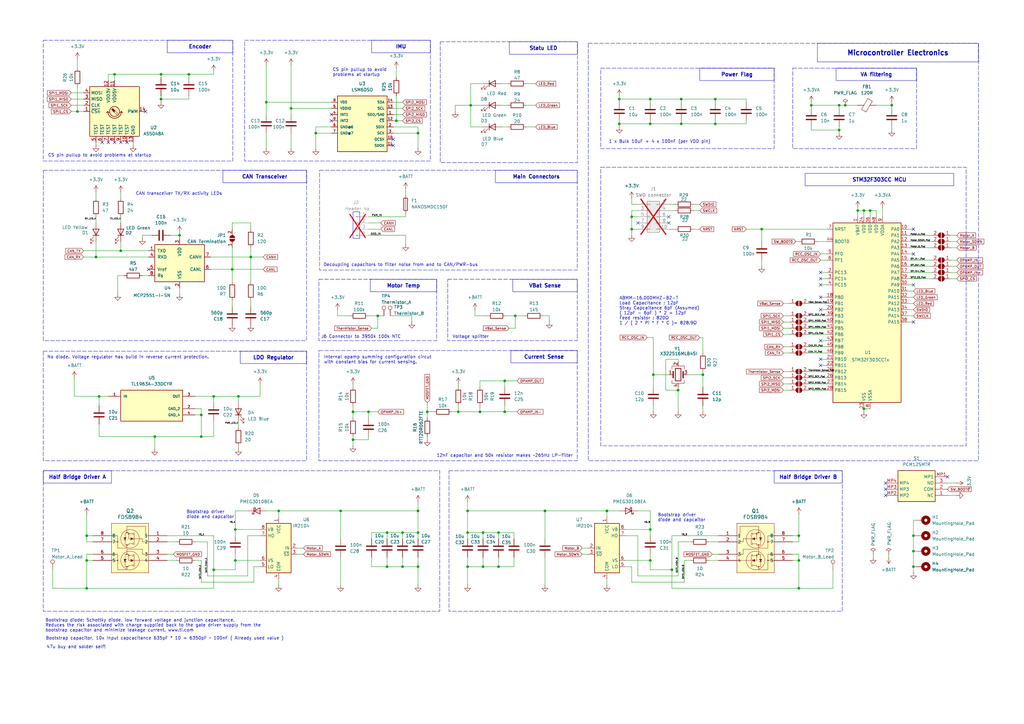
<source format=kicad_sch>
(kicad_sch (version 20231120) (generator "eeschema") (generator_version "8.0")
  (paper "A3")
  (title_block (title "Servo Electronics Demo") (date "2024-07-05") (rev "0.1") (company "DoggeBoi"))
  (lib_symbols
    (symbol "Connector:Conn_01x04_Pin" (pin_names (offset 1.016) hide)
      (property "Reference" "J" (at 0 5.08 0))
      (property "Value" "Conn_01x04_Pin" (at 0 -7.62 0))
      (symbol "Conn_01x04_Pin_1_1"
        (pin passive line (at 5.08 2.54 180) (length 3.81) (name "Pin_1") (number "1"))
        (pin passive line (at 5.08 0 180) (length 3.81) (name "Pin_2") (number "2"))
        (pin passive line (at 5.08 -2.54 180) (length 3.81) (name "Pin_3") (number "3"))
        (pin passive line (at 5.08 -5.08 180) (length 3.81) (name "Pin_4") (number "4"))
      )
    )
    (symbol "Connector:TestPoint" (pin_numbers hide) (pin_names (offset 0.762) hide)
      (property "Reference" "TP" (at 0 6.858 0))
      (property "Value" "TestPoint" (at 0 5.08 0))
      (symbol "TestPoint_1_1"
        (pin passive line (at 0 0 90) (length 2.54) (name "1") (number "1"))
      )
    )
    (symbol "Connector_Generic:Conn_02x05_Odd_Even" (pin_names (offset 1.016) hide)
      (property "Reference" "J" (at 1.27 7.62 0))
      (property "Value" "Conn_02x05_Odd_Even" (at 1.27 -7.62 0))
      (symbol "Conn_02x05_Odd_Even_1_1"
        (pin passive line (at -5.08 5.08 0) (length 3.81) (name "Pin_1") (number "1"))
        (pin passive line (at 7.62 -5.08 180) (length 3.81) (name "Pin_10") (number "10"))
        (pin passive line (at 7.62 5.08 180) (length 3.81) (name "Pin_2") (number "2"))
        (pin passive line (at -5.08 2.54 0) (length 3.81) (name "Pin_3") (number "3"))
        (pin passive line (at 7.62 2.54 180) (length 3.81) (name "Pin_4") (number "4"))
        (pin passive line (at -5.08 0 0) (length 3.81) (name "Pin_5") (number "5"))
        (pin passive line (at 7.62 0 180) (length 3.81) (name "Pin_6") (number "6"))
        (pin passive line (at -5.08 -2.54 0) (length 3.81) (name "Pin_7") (number "7"))
        (pin passive line (at 7.62 -2.54 180) (length 3.81) (name "Pin_8") (number "8"))
        (pin passive line (at -5.08 -5.08 0) (length 3.81) (name "Pin_9") (number "9"))
      )
    )
    (symbol "Device:C" (pin_numbers hide) (pin_names (offset 0.254))
      (property "Reference" "C" (at 0.635 2.54 0))
      (property "Value" "C" (at 0.635 -2.54 0))
      (symbol "C_1_1"
        (pin passive line (at 0 3.81 270) (length 2.794) (name "~") (number "1"))
        (pin passive line (at 0 -3.81 90) (length 2.794) (name "~") (number "2"))
      )
    )
    (symbol "Device:Crystal_GND24" (pin_names (offset 1.016) hide)
      (property "Reference" "Y" (at 3.175 5.08 0))
      (property "Value" "Crystal_GND24" (at 3.175 3.175 0))
      (symbol "Crystal_GND24_1_1"
        (pin passive line (at -3.81 0 0) (length 1.27) (name "1") (number "1"))
        (pin passive line (at 0 5.08 270) (length 1.27) (name "2") (number "2"))
        (pin passive line (at 3.81 0 180) (length 1.27) (name "3") (number "3"))
        (pin passive line (at 0 -5.08 90) (length 1.27) (name "4") (number "4"))
      )
    )
    (symbol "Device:D_Schottky" (pin_numbers hide) (pin_names (offset 1.016) hide)
      (property "Reference" "D" (at 0 2.54 0))
      (property "Value" "D_Schottky" (at 0 -2.54 0))
      (symbol "D_Schottky_1_1"
        (pin passive line (at -3.81 0 0) (length 2.54) (name "K") (number "1"))
        (pin passive line (at 3.81 0 180) (length 2.54) (name "A") (number "2"))
      )
    )
    (symbol "Device:FerriteBead" (pin_numbers hide) (pin_names (offset 0))
      (property "Reference" "FB" (at -3.81 0.635 90))
      (property "Value" "FerriteBead" (at 3.81 0 90))
      (symbol "FerriteBead_1_1"
        (pin passive line (at 0 3.81 270) (length 2.54) (name "~") (number "1"))
        (pin passive line (at 0 -3.81 90) (length 2.54) (name "~") (number "2"))
      )
    )
    (symbol "Device:Fuse" (pin_numbers hide) (pin_names (offset 0))
      (property "Reference" "F" (at 2.032 0 90))
      (property "Value" "Fuse" (at -1.905 0 90))
      (symbol "Fuse_1_1"
        (pin passive line (at 0 3.81 270) (length 1.27) (name "~") (number "1"))
        (pin passive line (at 0 -3.81 90) (length 1.27) (name "~") (number "2"))
      )
    )
    (symbol "Device:LED" (pin_numbers hide) (pin_names (offset 1.016) hide)
      (property "Reference" "D" (at 0 2.54 0))
      (property "Value" "LED" (at 0 -2.54 0))
      (symbol "LED_1_1"
        (pin passive line (at -3.81 0 0) (length 2.54) (name "K") (number "1"))
        (pin passive line (at 3.81 0 180) (length 2.54) (name "A") (number "2"))
      )
    )
    (symbol "Device:R" (pin_numbers hide) (pin_names (offset 0))
      (property "Reference" "R" (at 2.032 0 90))
      (property "Value" "R" (at 0 0 90))
      (symbol "R_1_1"
        (pin passive line (at 0 3.81 270) (length 1.27) (name "~") (number "1"))
        (pin passive line (at 0 -3.81 90) (length 1.27) (name "~") (number "2"))
      )
    )
    (symbol "Driver_FET:IR2104"
      (property "Reference" "U" (at 1.27 13.335 0))
      (property "Value" "IR2104" (at 1.27 11.43 0))
      (symbol "IR2104_1_1"
        (pin power_in line (at 0 12.7 270) (length 2.54) (name "VCC") (number "1"))
        (pin input line (at -7.62 0 0) (length 2.54) (name "IN") (number "2"))
        (pin input line (at -7.62 -2.54 0) (length 2.54) (name "~{SD}") (number "3"))
        (pin power_in line (at 0 -12.7 90) (length 2.54) (name "COM") (number "4"))
        (pin output line (at 7.62 -7.62 180) (length 2.54) (name "LO") (number "5"))
        (pin passive line (at 7.62 -5.08 180) (length 2.54) (name "VS") (number "6"))
        (pin output line (at 7.62 5.08 180) (length 2.54) (name "HO") (number "7"))
        (pin passive line (at 7.62 7.62 180) (length 2.54) (name "VB") (number "8"))
      )
    )
    (symbol "FDS8984:FDS8984" (pin_names (offset 0.254))
      (property "Reference" "Q" (at 15.24 10.16 0))
      (property "Value" "FDS8984" (at 15.24 7.62 0))
      (symbol "FDS8984_0_1"
        (pin unspecified line (at 0 0 0) (length 7.62) (name "1") (number "1"))
        (pin unspecified line (at 0 -2.54 0) (length 7.62) (name "2") (number "2"))
        (pin unspecified line (at 0 -7.62 0) (length 7.62) (name "3") (number "3"))
        (pin unspecified line (at 0 -10.16 0) (length 7.62) (name "4") (number "4"))
        (pin unspecified line (at 30.48 -10.16 180) (length 7.62) (name "5") (number "5"))
        (pin unspecified line (at 30.48 -7.62 180) (length 7.62) (name "6") (number "6"))
        (pin unspecified line (at 30.48 -2.54 180) (length 7.62) (name "7") (number "7"))
        (pin unspecified line (at 30.48 0 180) (length 7.62) (name "8") (number "8"))
      )
    )
    (symbol "Interface_CAN_LIN:MCP2551-I-SN" (pin_names (offset 1.016))
      (property "Reference" "U" (at -10.16 8.89 0))
      (property "Value" "MCP2551-I-SN" (at 2.54 8.89 0))
      (symbol "MCP2551-I-SN_1_1"
        (pin input line (at -12.7 5.08 0) (length 2.54) (name "TXD") (number "1"))
        (pin power_in line (at 0 -10.16 90) (length 2.54) (name "VSS") (number "2"))
        (pin power_in line (at 0 10.16 270) (length 2.54) (name "VDD") (number "3"))
        (pin output line (at -12.7 2.54 0) (length 2.54) (name "RXD") (number "4"))
        (pin power_out line (at -12.7 -2.54 0) (length 2.54) (name "Vref") (number "5"))
        (pin bidirectional line (at 12.7 -2.54 180) (length 2.54) (name "CANL") (number "6"))
        (pin bidirectional line (at 12.7 2.54 180) (length 2.54) (name "CANH") (number "7"))
        (pin input line (at -12.7 -5.08 0) (length 2.54) (name "Rs") (number "8"))
      )
    )
    (symbol "Jumper:SolderJumper_2_Open" (pin_names (offset 0) hide)
      (property "Reference" "JP" (at 0 2.032 0))
      (property "Value" "SolderJumper_2_Open" (at 0 -2.54 0))
      (symbol "SolderJumper_2_Open_1_1"
        (pin passive line (at -3.81 0 0) (length 2.54) (name "A") (number "1"))
        (pin passive line (at 3.81 0 180) (length 2.54) (name "B") (number "2"))
      )
    )
    (symbol "LSM6DSO:LSM6DSO" (pin_names (offset 1.016))
      (property "Reference" "U" (at -10.16 13.208 0))
      (symbol "LSM6DSO_0_0"
        (pin bidirectional line (at 12.7 5.08 180) (length 2.54) (name "SDO/SA0") (number "1"))
        (pin bidirectional line (at 12.7 -5.08 180) (length 2.54) (name "OCSX") (number "10"))
        (pin bidirectional line (at 12.7 -7.62 180) (length 2.54) (name "SDOX") (number "11"))
        (pin bidirectional line (at 12.7 2.54 180) (length 2.54) (name "~{CS}") (number "12"))
        (pin bidirectional line (at 12.7 7.62 180) (length 2.54) (name "SCL") (number "13"))
        (pin bidirectional line (at 12.7 10.16 180) (length 2.54) (name "SDA") (number "14"))
        (pin bidirectional line (at 12.7 0 180) (length 2.54) (name "SDIX") (number "2"))
        (pin bidirectional line (at 12.7 -2.54 180) (length 2.54) (name "SCX") (number "3"))
        (pin bidirectional line (at -12.7 5.08 0) (length 2.54) (name "INT1") (number "4"))
        (pin bidirectional line (at -12.7 7.62 0) (length 2.54) (name "VDDIO") (number "5"))
        (pin bidirectional line (at -12.7 0 0) (length 2.54) (name "GND@6") (number "6"))
        (pin bidirectional line (at -12.7 -2.54 0) (length 2.54) (name "GND@7") (number "7"))
        (pin bidirectional line (at -12.7 10.16 0) (length 2.54) (name "VDD") (number "8"))
        (pin bidirectional line (at -12.7 2.54 0) (length 2.54) (name "INT2") (number "9"))
      )
    )
    (symbol "MCU_ST_STM32F3:STM32F303CCTx"
      (property "Reference" "U" (at -12.7 39.37 0))
      (property "Value" "STM32F303CCTx" (at 10.16 39.37 0))
      (symbol "STM32F303CCTx_1_1"
        (pin power_in line (at -2.54 40.64 270) (length 2.54) (name "VBAT") (number "1"))
        (pin bidirectional line (at 17.78 35.56 180) (length 2.54) (name "PA0") (number "10"))
        (pin bidirectional line (at 17.78 33.02 180) (length 2.54) (name "PA1") (number "11"))
        (pin bidirectional line (at 17.78 30.48 180) (length 2.54) (name "PA2") (number "12"))
        (pin bidirectional line (at 17.78 27.94 180) (length 2.54) (name "PA3") (number "13"))
        (pin bidirectional line (at 17.78 25.4 180) (length 2.54) (name "PA4") (number "14"))
        (pin bidirectional line (at 17.78 22.86 180) (length 2.54) (name "PA5") (number "15"))
        (pin bidirectional line (at 17.78 20.32 180) (length 2.54) (name "PA6") (number "16"))
        (pin bidirectional line (at 17.78 17.78 180) (length 2.54) (name "PA7") (number "17"))
        (pin bidirectional line (at -15.24 7.62 0) (length 2.54) (name "PB0") (number "18"))
        (pin bidirectional line (at -15.24 5.08 0) (length 2.54) (name "PB1") (number "19"))
        (pin bidirectional line (at -15.24 17.78 0) (length 2.54) (name "PC13") (number "2"))
        (pin bidirectional line (at -15.24 2.54 0) (length 2.54) (name "PB2") (number "20"))
        (pin bidirectional line (at -15.24 -17.78 0) (length 2.54) (name "PB10") (number "21"))
        (pin bidirectional line (at -15.24 -20.32 0) (length 2.54) (name "PB11") (number "22"))
        (pin power_in line (at 0 -38.1 90) (length 2.54) (name "VSS") (number "23"))
        (pin power_in line (at 0 40.64 270) (length 2.54) (name "VDD") (number "24"))
        (pin bidirectional line (at -15.24 -22.86 0) (length 2.54) (name "PB12") (number "25"))
        (pin bidirectional line (at -15.24 -25.4 0) (length 2.54) (name "PB13") (number "26"))
        (pin bidirectional line (at -15.24 -27.94 0) (length 2.54) (name "PB14") (number "27"))
        (pin bidirectional line (at -15.24 -30.48 0) (length 2.54) (name "PB15") (number "28"))
        (pin bidirectional line (at 17.78 15.24 180) (length 2.54) (name "PA8") (number "29"))
        (pin bidirectional line (at -15.24 15.24 0) (length 2.54) (name "PC14") (number "3"))
        (pin bidirectional line (at 17.78 12.7 180) (length 2.54) (name "PA9") (number "30"))
        (pin bidirectional line (at 17.78 10.16 180) (length 2.54) (name "PA10") (number "31"))
        (pin bidirectional line (at 17.78 7.62 180) (length 2.54) (name "PA11") (number "32"))
        (pin bidirectional line (at 17.78 5.08 180) (length 2.54) (name "PA12") (number "33"))
        (pin bidirectional line (at 17.78 2.54 180) (length 2.54) (name "PA13") (number "34"))
        (pin passive line (at 0 -38.1 90) (length 2.54) hide (name "VSS") (number "35"))
        (pin power_in line (at 2.54 40.64 270) (length 2.54) (name "VDD") (number "36"))
        (pin bidirectional line (at 17.78 0 180) (length 2.54) (name "PA14") (number "37"))
        (pin bidirectional line (at 17.78 -2.54 180) (length 2.54) (name "PA15") (number "38"))
        (pin bidirectional line (at -15.24 0 0) (length 2.54) (name "PB3") (number "39"))
        (pin bidirectional line (at -15.24 12.7 0) (length 2.54) (name "PC15") (number "4"))
        (pin bidirectional line (at -15.24 -2.54 0) (length 2.54) (name "PB4") (number "40"))
        (pin bidirectional line (at -15.24 -5.08 0) (length 2.54) (name "PB5") (number "41"))
        (pin bidirectional line (at -15.24 -7.62 0) (length 2.54) (name "PB6") (number "42"))
        (pin bidirectional line (at -15.24 -10.16 0) (length 2.54) (name "PB7") (number "43"))
        (pin input line (at -15.24 30.48 0) (length 2.54) (name "BOOT0") (number "44"))
        (pin bidirectional line (at -15.24 -12.7 0) (length 2.54) (name "PB8") (number "45"))
        (pin bidirectional line (at -15.24 -15.24 0) (length 2.54) (name "PB9") (number "46"))
        (pin passive line (at 0 -38.1 90) (length 2.54) hide (name "VSS") (number "47"))
        (pin power_in line (at 5.08 40.64 270) (length 2.54) (name "VDD") (number "48"))
        (pin bidirectional line (at -15.24 25.4 0) (length 2.54) (name "PF0") (number "5"))
        (pin bidirectional line (at -15.24 22.86 0) (length 2.54) (name "PF1") (number "6"))
        (pin input line (at -15.24 35.56 0) (length 2.54) (name "NRST") (number "7"))
        (pin power_in line (at 2.54 -38.1 90) (length 2.54) (name "VSSA") (number "8"))
        (pin power_in line (at 7.62 40.64 270) (length 2.54) (name "VDDA") (number "9"))
      )
    )
    (symbol "Mechanical:MountingHole_Pad" (pin_numbers hide) (pin_names (offset 1.016) hide)
      (property "Reference" "H" (at 0 6.35 0))
      (property "Value" "MountingHole_Pad" (at 0 4.445 0))
      (symbol "MountingHole_Pad_1_1"
        (pin input line (at 0 -2.54 90) (length 2.54) (name "1") (number "1"))
      )
    )
    (symbol "PCM12SMTR:PCM12SMTR"
      (property "Reference" "S" (at 21.59 7.62 0))
      (property "Value" "PCM12SMTR" (at 21.59 5.08 0))
      (symbol "PCM12SMTR_1_1"
        (pin passive line (at 0 0 0) (length 5.08) (name "NC") (number "1"))
        (pin passive line (at 0 -2.54 0) (length 5.08) (name "COM") (number "2"))
        (pin passive line (at 0 -5.08 0) (length 5.08) (name "NO") (number "3"))
        (pin passive line (at 0 -7.62 0) (length 5.08) (name "MP1") (number "MP1"))
        (pin passive line (at 25.4 0 180) (length 5.08) (name "MP2") (number "MP2"))
        (pin passive line (at 25.4 -2.54 180) (length 5.08) (name "MP3") (number "MP3"))
        (pin passive line (at 25.4 -5.08 180) (length 5.08) (name "MP4") (number "MP4"))
      )
    )
    (symbol "Sensor_Magnetic:AS5048A"
      (property "Reference" "U" (at -10.16 11.43 0))
      (property "Value" "AS5048A" (at 10.16 11.43 0))
      (symbol "AS5048A_1_1"
        (pin input line (at -12.7 0 0) (length 2.54) (name "~{CSn}") (number "1"))
        (pin passive line (at 5.08 -12.7 90) (length 2.54) (name "TEST") (number "10"))
        (pin power_in line (at 0 12.7 270) (length 2.54) (name "VDD5V") (number "11"))
        (pin power_in line (at -2.54 12.7 270) (length 2.54) (name "VDD3V") (number "12"))
        (pin power_in line (at 7.62 -12.7 90) (length 2.54) (name "GND") (number "13"))
        (pin output line (at 12.7 0 180) (length 2.54) (name "PWM") (number "14"))
        (pin input line (at -12.7 2.54 0) (length 2.54) (name "CLK") (number "2"))
        (pin output line (at -12.7 5.08 0) (length 2.54) (name "MISO") (number "3"))
        (pin input line (at -12.7 7.62 0) (length 2.54) (name "MOSI") (number "4"))
        (pin passive line (at -7.62 -12.7 90) (length 2.54) (name "TEST") (number "5"))
        (pin passive line (at -5.08 -12.7 90) (length 2.54) (name "TEST") (number "6"))
        (pin passive line (at -2.54 -12.7 90) (length 2.54) (name "TEST") (number "7"))
        (pin passive line (at 0 -12.7 90) (length 2.54) (name "TEST") (number "8"))
        (pin passive line (at 2.54 -12.7 90) (length 2.54) (name "TEST") (number "9"))
      )
    )
    (symbol "TL1963A-33DCYR:TL1963A-33DCYR" (pin_names (offset 1.016))
      (property "Reference" "U" (at -12.7 6.08 0))
      (property "Value" "TL1963A-33DCYR" (at -12.7 -9.08 0))
      (symbol "TL1963A-33DCYR_0_0"
        (pin power_in line (at 17.78 -2.54 180) (length 5.08) (name "GND_2") (number "2"))
        (pin power_in line (at 17.78 -5.08 180) (length 5.08) (name "GND_4") (number "4"))
      )
      (symbol "TL1963A-33DCYR_1_0"
        (pin power_in line (at -17.78 2.54 0) (length 5.08) (name "IN") (number "1"))
        (pin power_out line (at 17.78 2.54 180) (length 5.08) (name "OUT") (number "3"))
      )
    )
    (symbol "power:+3.3V" (power) (pin_numbers hide) (pin_names (offset 0) hide)
      (property "Value" "+3.3V" (at 0 3.556 0))
      (symbol "+3.3V_1_1"
        (pin power_in line (at 0 0 90) (length 0) (name "~") (number "1"))
      )
    )
    (symbol "power:+3.3VA" (power) (pin_numbers hide) (pin_names (offset 0) hide)
      (property "Value" "+3.3VA" (at 0 3.556 0))
      (symbol "+3.3VA_1_1"
        (pin power_in line (at 0 0 90) (length 0) (name "~") (number "1"))
      )
    )
    (symbol "power:+BATT" (power) (pin_numbers hide) (pin_names (offset 0) hide)
      (property "Value" "+BATT" (at 0 3.556 0))
      (symbol "+BATT_1_1"
        (pin power_in line (at 0 0 90) (length 0) (name "~") (number "1"))
      )
    )
    (symbol "power:GND" (power) (pin_numbers hide) (pin_names (offset 0) hide)
      (property "Value" "GND" (at 0 -3.81 0))
      (symbol "GND_1_1"
        (pin power_in line (at 0 0 270) (length 0) (name "~") (number "1"))
      )
    )
    (symbol "power:PWR_FLAG" (power) (pin_numbers hide) (pin_names (offset 0) hide)
      (property "Value" "PWR_FLAG" (at 0 3.81 0))
      (symbol "PWR_FLAG_0_0"
        (pin power_out line (at 0 0 90) (length 0) (name "~") (number "1"))
      )
    )
  )
  (junction (at 198.12 232.41))
  (junction (at 191.77 218.44))
  (junction (at 171.45 54.61))
  (junction (at 266.7 229.87))
  (junction (at 254 40.64))
  (junction (at 73.66 96.52))
  (junction (at 129.54 54.61))
  (junction (at 374.65 232.41))
  (junction (at 35.56 229.87))
  (junction (at 346.71 43.18))
  (junction (at 365.76 43.18))
  (junction (at 198.12 218.44))
  (junction (at 196.85 168.91))
  (junction (at 158.75 232.41))
  (junction (at 266.7 40.64))
  (junction (at 312.42 93.98))
  (junction (at 254 50.8))
  (junction (at 278.13 160.02))
  (junction (at 97.79 162.56))
  (junction (at 119.38 44.45))
  (junction (at 144.78 180.34))
  (junction (at 139.7 209.55))
  (junction (at 293.37 50.8))
  (junction (at 351.79 86.36))
  (junction (at 204.47 232.41))
  (junction (at 82.55 179.07))
  (junction (at 46.99 30.48))
  (junction (at 327.66 229.87))
  (junction (at 267.97 153.67))
  (junction (at 193.04 43.18))
  (junction (at 87.63 233.68))
  (junction (at 102.87 105.41))
  (junction (at 96.52 217.17))
  (junction (at 63.5 179.07))
  (junction (at 31.75 45.72))
  (junction (at 35.56 219.71))
  (junction (at 154.94 129.54))
  (junction (at 259.08 88.9))
  (junction (at 191.77 209.55))
  (junction (at 374.65 219.71))
  (junction (at 144.78 168.91))
  (junction (at 162.56 49.53))
  (junction (at 354.33 167.64))
  (junction (at 344.17 43.18))
  (junction (at 109.22 41.91))
  (junction (at 82.55 170.18))
  (junction (at 39.37 105.41))
  (junction (at 354.33 86.36))
  (junction (at 207.01 156.21))
  (junction (at 175.26 168.91))
  (junction (at 332.74 43.18))
  (junction (at 288.29 153.67))
  (junction (at 171.45 218.44))
  (junction (at 223.52 209.55))
  (junction (at 344.17 53.34))
  (junction (at 87.63 162.56))
  (junction (at 259.08 93.98))
  (junction (at 66.04 40.64))
  (junction (at 191.77 232.41))
  (junction (at 207.01 168.91))
  (junction (at 266.7 217.17))
  (junction (at 356.87 86.36))
  (junction (at 279.4 40.64))
  (junction (at 165.1 232.41))
  (junction (at 151.13 168.91))
  (junction (at 158.75 218.44))
  (junction (at 187.96 168.91))
  (junction (at 248.92 209.55))
  (junction (at 266.7 50.8))
  (junction (at 35.56 241.3))
  (junction (at 40.64 162.56))
  (junction (at 171.45 232.41))
  (junction (at 204.47 218.44))
  (junction (at 66.04 30.48))
  (junction (at 95.25 110.49))
  (junction (at 77.47 30.48))
  (junction (at 327.66 241.3))
  (junction (at 171.45 209.55))
  (junction (at 327.66 219.71))
  (junction (at 49.53 102.87))
  (junction (at 293.37 40.64))
  (junction (at 275.59 233.68))
  (junction (at 374.65 226.06))
  (junction (at 279.4 50.8))
  (junction (at 114.3 209.55))
  (junction (at 165.1 218.44))
  (junction (at 211.328 129.54))
  (junction (at 96.52 229.87))
  (no_connect (at 49.53 58.42))
  (no_connect (at 363.22 200.66))
  (no_connect (at 336.55 121.92))
  (no_connect (at 161.29 57.15))
  (no_connect (at 274.32 91.44))
  (no_connect (at 336.55 149.86))
  (no_connect (at 161.29 59.69))
  (no_connect (at 336.55 127))
  (no_connect (at 336.55 139.7))
  (no_connect (at 274.32 88.9))
  (no_connect (at 374.65 93.98))
  (no_connect (at 336.55 114.3))
  (no_connect (at 336.55 147.32))
  (no_connect (at 374.65 116.84))
  (no_connect (at 374.65 104.14))
  (no_connect (at 46.99 58.42))
  (no_connect (at 363.22 198.12))
  (no_connect (at 336.55 116.84))
  (no_connect (at 135.89 46.99))
  (no_connect (at 41.91 58.42))
  (no_connect (at 363.22 203.2))
  (no_connect (at 44.45 58.42))
  (no_connect (at 59.69 45.72))
  (no_connect (at 60.96 110.49))
  (no_connect (at 388.62 195.58))
  (no_connect (at 336.55 111.76))
  (no_connect (at 261.62 91.44))
  (no_connect (at 52.07 58.42))
  (no_connect (at 135.89 49.53))
  (no_connect (at 374.65 132.08))
  (wire (pts (xy 372.11 96.52) (xy 382.27 96.52)))
  (wire (pts (xy 175.26 168.91) (xy 175.26 171.45)))
  (wire (pts (xy 175.26 179.07) (xy 175.26 180.34)))
  (wire (pts (xy 356.87 86.36) (xy 354.33 86.36)))
  (wire (pts (xy 261.62 219.71) (xy 261.62 236.22)))
  (wire (pts (xy 331.47 134.62) (xy 339.09 134.62)))
  (wire (pts (xy 211.328 134.62) (xy 208.788 134.62)))
  (wire (pts (xy 365.76 52.07) (xy 365.76 53.34)))
  (wire (pts (xy 372.11 132.08) (xy 374.65 132.08)))
  (wire (pts (xy 40.64 162.56) (xy 40.64 166.37)))
  (wire (pts (xy 351.79 86.36) (xy 351.79 88.9)))
  (wire (pts (xy 266.7 209.55) (xy 266.7 217.17)))
  (wire (pts (xy 223.52 209.55) (xy 248.92 209.55)))
  (wire (pts (xy 96.52 217.17) (xy 96.52 219.71)))
  (wire (pts (xy 166.37 87.63) (xy 166.37 88.9)))
  (wire (pts (xy 358.14 227.33) (xy 358.14 228.6)))
  (wire (pts (xy 69.85 96.52) (xy 73.66 96.52)))
  (wire (pts (xy 265.43 138.43) (xy 267.97 138.43)))
  (wire (pts (xy 392.43 109.22) (xy 389.89 109.22)))
  (wire (pts (xy 73.66 95.25) (xy 73.66 96.52)))
  (wire (pts (xy 44.45 30.48) (xy 44.45 33.02)))
  (wire (pts (xy 191.77 209.55) (xy 191.77 218.44)))
  (wire (pts (xy 144.78 180.34) (xy 151.13 180.34)))
  (wire (pts (xy 35.56 241.3) (xy 35.56 229.87)))
  (wire (pts (xy 284.48 93.98) (xy 287.02 93.98)))
  (wire (pts (xy 336.55 114.3) (xy 339.09 114.3)))
  (wire (pts (xy 266.7 50.8) (xy 279.4 50.8)))
  (wire (pts (xy 364.49 227.33) (xy 364.49 228.6)))
  (wire (pts (xy 359.41 86.36) (xy 356.87 86.36)))
  (wire (pts (xy 392.43 99.06) (xy 389.89 99.06)))
  (wire (pts (xy 254 40.64) (xy 254 41.91)))
  (wire (pts (xy 185.42 168.91) (xy 187.96 168.91)))
  (wire (pts (xy 259.08 232.41) (xy 259.08 238.76)))
  (wire (pts (xy 267.97 166.37) (xy 267.97 168.91)))
  (wire (pts (xy 50.8 113.03) (xy 48.26 113.03)))
  (wire (pts (xy 372.11 93.98) (xy 374.65 93.98)))
  (wire (pts (xy 87.63 233.68) (xy 96.52 233.68)))
  (wire (pts (xy 85.09 222.25) (xy 80.01 222.25)))
  (wire (pts (xy 254 50.8) (xy 254 52.07)))
  (wire (pts (xy 151.13 91.44) (xy 156.21 91.44)))
  (wire (pts (xy 254 49.53) (xy 254 50.8)))
  (wire (pts (xy 194.818 127) (xy 194.818 129.54)))
  (wire (pts (xy 161.29 41.91) (xy 165.1 41.91)))
  (wire (pts (xy 96.52 227.33) (xy 96.52 229.87)))
  (wire (pts (xy 95.25 101.6) (xy 95.25 110.49)))
  (wire (pts (xy 266.7 229.87) (xy 266.7 233.68)))
  (wire (pts (xy 331.47 152.4) (xy 339.09 152.4)))
  (wire (pts (xy 207.01 168.91) (xy 207.01 166.37)))
  (wire (pts (xy 210.82 232.41) (xy 204.47 232.41)))
  (wire (pts (xy 109.22 41.91) (xy 109.22 46.99)))
  (wire (pts (xy 374.65 232.41) (xy 375.92 232.41)))
  (wire (pts (xy 332.74 43.18) (xy 332.74 44.45)))
  (wire (pts (xy 259.08 88.9) (xy 261.62 88.9)))
  (wire (pts (xy 101.6 236.22) (xy 85.09 236.22)))
  (wire (pts (xy 225.298 129.54) (xy 225.298 132.08)))
  (wire (pts (xy 321.31 144.78) (xy 323.85 144.78)))
  (wire (pts (xy 71.12 227.33) (xy 68.58 227.33)))
  (wire (pts (xy 171.45 232.41) (xy 171.45 240.03)))
  (wire (pts (xy 336.55 104.14) (xy 339.09 104.14)))
  (wire (pts (xy 124.46 227.33) (xy 121.92 227.33)))
  (wire (pts (xy 211.328 129.54) (xy 207.518 129.54)))
  (wire (pts (xy 204.47 232.41) (xy 198.12 232.41)))
  (wire (pts (xy 119.38 44.45) (xy 135.89 44.45)))
  (wire (pts (xy 278.13 148.59) (xy 278.13 147.32)))
  (wire (pts (xy 372.11 99.06) (xy 382.27 99.06)))
  (wire (pts (xy 210.82 228.6) (xy 210.82 232.41)))
  (wire (pts (xy 267.97 153.67) (xy 274.32 153.67)))
  (wire (pts (xy 259.08 93.98) (xy 259.08 96.52)))
  (wire (pts (xy 82.55 229.87) (xy 82.55 238.76)))
  (wire (pts (xy 204.47 218.44) (xy 204.47 220.98)))
  (wire (pts (xy 365.76 41.91) (xy 365.76 43.18)))
  (wire (pts (xy 21.59 233.68) (xy 21.59 241.3)))
  (wire (pts (xy 321.31 134.62) (xy 323.85 134.62)))
  (wire (pts (xy 138.43 127) (xy 138.43 129.54)))
  (wire (pts (xy 144.78 157.48) (xy 144.78 158.75)))
  (wire (pts (xy 204.47 218.44) (xy 198.12 218.44)))
  (wire (pts (xy 392.43 101.6) (xy 389.89 101.6)))
  (wire (pts (xy 158.75 232.41) (xy 165.1 232.41)))
  (wire (pts (xy 31.75 45.72) (xy 34.29 45.72)))
  (wire (pts (xy 204.47 232.41) (xy 204.47 228.6)))
  (wire (pts (xy 144.78 180.34) (xy 144.78 182.88)))
  (wire (pts (xy 198.12 218.44) (xy 198.12 220.98)))
  (wire (pts (xy 336.55 147.32) (xy 339.09 147.32)))
  (wire (pts (xy 280.67 229.87) (xy 283.21 229.87)))
  (wire (pts (xy 222.758 129.54) (xy 225.298 129.54)))
  (wire (pts (xy 288.29 138.43) (xy 288.29 144.78)))
  (wire (pts (xy 73.66 118.11) (xy 73.66 120.65)))
  (wire (pts (xy 198.12 232.41) (xy 191.77 232.41)))
  (wire (pts (xy 29.21 45.72) (xy 31.75 45.72)))
  (wire (pts (xy 40.64 179.07) (xy 63.5 179.07)))
  (wire (pts (xy 165.1 232.41) (xy 165.1 228.6)))
  (wire (pts (xy 256.54 229.87) (xy 266.7 229.87)))
  (wire (pts (xy 102.87 105.41) (xy 107.95 105.41)))
  (wire (pts (xy 114.3 212.09) (xy 114.3 209.55)))
  (wire (pts (xy 332.74 41.91) (xy 332.74 43.18)))
  (wire (pts (xy 331.47 154.94) (xy 339.09 154.94)))
  (wire (pts (xy 72.39 222.25) (xy 68.58 222.25)))
  (wire (pts (xy 259.08 86.36) (xy 259.08 88.9)))
  (wire (pts (xy 62.23 96.52) (xy 58.42 96.52)))
  (wire (pts (xy 278.13 222.25) (xy 278.13 236.22)))
  (wire (pts (xy 312.42 93.98) (xy 312.42 99.06)))
  (wire (pts (xy 256.54 217.17) (xy 266.7 217.17)))
  (wire (pts (xy 143.51 129.54) (xy 138.43 129.54)))
  (wire (pts (xy 46.99 30.48) (xy 66.04 30.48)))
  (wire (pts (xy 154.94 129.54) (xy 154.94 134.62)))
  (wire (pts (xy 144.78 168.91) (xy 144.78 171.45)))
  (wire (pts (xy 154.94 134.62) (xy 152.4 134.62)))
  (wire (pts (xy 102.87 91.44) (xy 102.87 93.98)))
  (wire (pts (xy 354.33 167.64) (xy 356.87 167.64)))
  (wire (pts (xy 280.67 238.76) (xy 280.67 229.87)))
  (wire (pts (xy 279.4 50.8) (xy 293.37 50.8)))
  (wire (pts (xy 284.48 83.82) (xy 287.02 83.82)))
  (wire (pts (xy 29.21 43.18) (xy 34.29 43.18)))
  (wire (pts (xy 191.77 205.74) (xy 191.77 209.55)))
  (wire (pts (xy 207.01 168.91) (xy 212.09 168.91)))
  (wire (pts (xy 274.32 86.36) (xy 276.86 86.36)))
  (wire (pts (xy 34.29 102.87) (xy 49.53 102.87)))
  (wire (pts (xy 279.4 40.64) (xy 279.4 41.91)))
  (wire (pts (xy 266.7 49.53) (xy 266.7 50.8)))
  (wire (pts (xy 198.12 218.44) (xy 191.77 218.44)))
  (wire (pts (xy 331.47 144.78) (xy 339.09 144.78)))
  (wire (pts (xy 354.33 167.64) (xy 354.33 168.91)))
  (wire (pts (xy 374.65 219.71) (xy 374.65 226.06)))
  (wire (pts (xy 135.89 52.07) (xy 129.54 52.07)))
  (wire (pts (xy 336.55 127) (xy 339.09 127)))
  (wire (pts (xy 46.99 33.02) (xy 46.99 30.48)))
  (wire (pts (xy 34.29 105.41) (xy 39.37 105.41)))
  (wire (pts (xy 85.09 222.25) (xy 85.09 236.22)))
  (wire (pts (xy 327.66 219.71) (xy 327.66 222.25)))
  (wire (pts (xy 38.1 219.71) (xy 35.56 219.71)))
  (wire (pts (xy 248.92 212.09) (xy 248.92 209.55)))
  (wire (pts (xy 49.53 78.74) (xy 49.53 81.28)))
  (wire (pts (xy 248.92 209.55) (xy 254 209.55)))
  (wire (pts (xy 82.55 179.07) (xy 87.63 179.07)))
  (wire (pts (xy 321.31 129.54) (xy 323.85 129.54)))
  (wire (pts (xy 151.13 93.98) (xy 156.21 93.98)))
  (wire (pts (xy 87.63 179.07) (xy 87.63 172.72)))
  (wire (pts (xy 82.55 170.18) (xy 82.55 179.07)))
  (wire (pts (xy 129.54 54.61) (xy 135.89 54.61)))
  (wire (pts (xy 259.08 88.9) (xy 259.08 93.98)))
  (wire (pts (xy 193.04 43.18) (xy 186.69 43.18)))
  (wire (pts (xy 372.11 129.54) (xy 374.65 129.54)))
  (wire (pts (xy 346.71 43.18) (xy 351.79 43.18)))
  (wire (pts (xy 274.32 93.98) (xy 276.86 93.98)))
  (wire (pts (xy 82.55 170.18) (xy 80.01 170.18)))
  (wire (pts (xy 66.04 30.48) (xy 66.04 31.75)))
  (wire (pts (xy 321.31 137.16) (xy 323.85 137.16)))
  (wire (pts (xy 259.08 83.82) (xy 261.62 83.82)))
  (wire (pts (xy 223.52 209.55) (xy 223.52 220.98)))
  (wire (pts (xy 293.37 40.64) (xy 306.07 40.64)))
  (wire (pts (xy 332.74 43.18) (xy 344.17 43.18)))
  (wire (pts (xy 30.48 162.56) (xy 40.64 162.56)))
  (wire (pts (xy 196.85 156.21) (xy 196.85 158.75)))
  (wire (pts (xy 162.56 27.94) (xy 162.56 31.75)))
  (wire (pts (xy 372.11 127) (xy 374.65 127)))
  (wire (pts (xy 281.94 153.67) (xy 288.29 153.67)))
  (wire (pts (xy 144.78 179.07) (xy 144.78 180.34)))
  (wire (pts (xy 344.17 53.34) (xy 344.17 52.07)))
  (wire (pts (xy 321.31 154.94) (xy 323.85 154.94)))
  (wire (pts (xy 354.33 86.36) (xy 351.79 86.36)))
  (wire (pts (xy 372.11 119.38) (xy 374.65 119.38)))
  (wire (pts (xy 266.7 40.64) (xy 266.7 41.91)))
  (wire (pts (xy 187.96 168.91) (xy 196.85 168.91)))
  (wire (pts (xy 171.45 54.61) (xy 171.45 60.96)))
  (wire (pts (xy 278.13 222.25) (xy 283.21 222.25)))
  (wire (pts (xy 288.29 152.4) (xy 288.29 153.67)))
  (wire (pts (xy 29.21 40.64) (xy 34.29 40.64)))
  (wire (pts (xy 191.77 209.55) (xy 223.52 209.55)))
  (wire (pts (xy 205.74 34.29) (xy 208.28 34.29)))
  (wire (pts (xy 344.17 43.18) (xy 344.17 44.45)))
  (wire (pts (xy 392.43 96.52) (xy 389.89 96.52)))
  (wire (pts (xy 198.12 52.07) (xy 193.04 52.07)))
  (wire (pts (xy 63.5 179.07) (xy 82.55 179.07)))
  (wire (pts (xy 327.66 210.82) (xy 327.66 219.71)))
  (wire (pts (xy 321.31 160.02) (xy 323.85 160.02)))
  (wire (pts (xy 158.75 218.44) (xy 165.1 218.44)))
  (wire (pts (xy 80.01 167.64) (xy 82.55 167.64)))
  (wire (pts (xy 166.37 96.52) (xy 166.37 100.33)))
  (wire (pts (xy 139.7 209.55) (xy 139.7 220.98)))
  (wire (pts (xy 196.85 166.37) (xy 196.85 168.91)))
  (wire (pts (xy 375.92 213.36) (xy 374.65 213.36)))
  (wire (pts (xy 196.85 168.91) (xy 207.01 168.91)))
  (wire (pts (xy 35.56 210.82) (xy 35.56 219.71)))
  (wire (pts (xy 80.01 162.56) (xy 87.63 162.56)))
  (wire (pts (xy 40.64 173.99) (xy 40.64 179.07)))
  (wire (pts (xy 392.43 106.68) (xy 389.89 106.68)))
  (wire (pts (xy 39.37 78.74) (xy 39.37 81.28)))
  (wire (pts (xy 154.94 129.54) (xy 151.13 129.54)))
  (wire (pts (xy 341.63 233.68) (xy 341.63 241.3)))
  (wire (pts (xy 82.55 167.64) (xy 82.55 170.18)))
  (wire (pts (xy 287.02 138.43) (xy 288.29 138.43)))
  (wire (pts (xy 144.78 166.37) (xy 144.78 168.91)))
  (wire (pts (xy 321.31 124.46) (xy 323.85 124.46)))
  (wire (pts (xy 66.04 40.64) (xy 66.04 41.91)))
  (wire (pts (xy 288.29 166.37) (xy 288.29 168.91)))
  (wire (pts (xy 87.63 162.56) (xy 87.63 165.1)))
  (wire (pts (xy 275.59 233.68) (xy 275.59 241.3)))
  (wire (pts (xy 40.64 162.56) (xy 44.45 162.56)))
  (wire (pts (xy 101.6 209.55) (xy 96.52 209.55)))
  (wire (pts (xy 35.56 229.87) (xy 38.1 229.87)))
  (wire (pts (xy 38.1 227.33) (xy 35.56 227.33)))
  (wire (pts (xy 199.898 129.54) (xy 194.818 129.54)))
  (wire (pts (xy 198.12 34.29) (xy 193.04 34.29)))
  (wire (pts (xy 87.63 219.71) (xy 87.63 233.68)))
  (wire (pts (xy 114.3 237.49) (xy 114.3 240.03)))
  (wire (pts (xy 215.9 34.29) (xy 219.71 34.29)))
  (wire (pts (xy 332.74 53.34) (xy 344.17 53.34)))
  (wire (pts (xy 151.13 88.9) (xy 166.37 88.9)))
  (wire (pts (xy 196.85 156.21) (xy 207.01 156.21)))
  (wire (pts (xy 77.47 30.48) (xy 87.63 30.48)))
  (wire (pts (xy 77.47 31.75) (xy 77.47 30.48)))
  (wire (pts (xy 205.74 43.18) (xy 208.28 43.18)))
  (wire (pts (xy 361.95 85.09) (xy 361.95 88.9)))
  (wire (pts (xy 372.11 116.84) (xy 374.65 116.84)))
  (wire (pts (xy 49.53 88.9) (xy 49.53 91.44)))
  (wire (pts (xy 331.47 137.16) (xy 339.09 137.16)))
  (wire (pts (xy 372.11 104.14) (xy 374.65 104.14)))
  (wire (pts (xy 49.53 102.87) (xy 60.96 102.87)))
  (wire (pts (xy 331.47 124.46) (xy 339.09 124.46)))
  (wire (pts (xy 97.79 172.72) (xy 97.79 175.26)))
  (wire (pts (xy 106.68 232.41) (xy 104.14 232.41)))
  (wire (pts (xy 162.56 39.37) (xy 162.56 49.53)))
  (wire (pts (xy 306.07 50.8) (xy 306.07 49.53)))
  (wire (pts (xy 336.55 116.84) (xy 339.09 116.84)))
  (wire (pts (xy 35.56 227.33) (xy 35.56 229.87)))
  (wire (pts (xy 292.1 227.33) (xy 294.64 227.33)))
  (wire (pts (xy 97.79 162.56) (xy 97.79 165.1)))
  (wire (pts (xy 392.43 111.76) (xy 389.89 111.76)))
  (wire (pts (xy 387.35 200.66) (xy 388.62 200.66)))
  (wire (pts (xy 331.47 160.02) (xy 339.09 160.02)))
  (wire (pts (xy 215.138 129.54) (xy 211.328 129.54)))
  (wire (pts (xy 102.87 101.6) (xy 102.87 105.41)))
  (wire (pts (xy 321.31 142.24) (xy 323.85 142.24)))
  (wire (pts (xy 39.37 88.9) (xy 39.37 91.44)))
  (wire (pts (xy 351.79 85.09) (xy 351.79 86.36)))
  (wire (pts (xy 102.87 105.41) (xy 86.36 105.41)))
  (wire (pts (xy 372.11 124.46) (xy 374.65 124.46)))
  (wire (pts (xy 278.13 160.02) (xy 278.13 168.91)))
  (wire (pts (xy 278.13 160.02) (xy 278.13 158.75)))
  (wire (pts (xy 207.01 156.21) (xy 212.09 156.21)))
  (wire (pts (xy 193.04 52.07) (xy 193.04 43.18)))
  (wire (pts (xy 102.87 125.73) (xy 102.87 123.19)))
  (wire (pts (xy 114.3 209.55) (xy 109.22 209.55)))
  (wire (pts (xy 152.4 228.6) (xy 152.4 232.41)))
  (wire (pts (xy 165.1 232.41) (xy 171.45 232.41)))
  (wire (pts (xy 374.65 226.06) (xy 375.92 226.06)))
  (wire (pts (xy 374.65 213.36) (xy 374.65 219.71)))
  (wire (pts (xy 102.87 115.57) (xy 102.87 105.41)))
  (wire (pts (xy 372.11 106.68) (xy 382.27 106.68)))
  (wire (pts (xy 104.14 238.76) (xy 82.55 238.76)))
  (wire (pts (xy 266.7 40.64) (xy 279.4 40.64)))
  (wire (pts (xy 331.47 157.48) (xy 339.09 157.48)))
  (wire (pts (xy 106.68 217.17) (xy 96.52 217.17)))
  (wire (pts (xy 365.76 43.18) (xy 365.76 44.45)))
  (wire (pts (xy 327.66 222.25) (xy 325.12 222.25)))
  (wire (pts (xy 205.74 52.07) (xy 208.28 52.07)))
  (wire (pts (xy 312.42 93.98) (xy 339.09 93.98)))
  (wire (pts (xy 261.62 209.55) (xy 266.7 209.55)))
  (wire (pts (xy 306.07 93.98) (xy 312.42 93.98)))
  (wire (pts (xy 278.13 147.32) (xy 273.05 147.32)))
  (wire (pts (xy 152.4 218.44) (xy 158.75 218.44)))
  (wire (pts (xy 95.25 110.49) (xy 95.25 115.57)))
  (wire (pts (xy 207.01 156.21) (xy 207.01 158.75)))
  (wire (pts (xy 129.54 54.61) (xy 129.54 60.96)))
  (wire (pts (xy 372.11 121.92) (xy 374.65 121.92)))
  (wire (pts (xy 161.29 44.45) (xy 165.1 44.45)))
  (wire (pts (xy 273.05 160.02) (xy 278.13 160.02)))
  (wire (pts (xy 331.47 132.08) (xy 339.09 132.08)))
  (wire (pts (xy 35.56 219.71) (xy 35.56 222.25)))
  (wire (pts (xy 175.26 168.91) (xy 177.8 168.91)))
  (wire (pts (xy 306.07 40.64) (xy 306.07 41.91)))
  (wire (pts (xy 392.43 198.12) (xy 388.62 198.12)))
  (wire (pts (xy 254 39.37) (xy 254 40.64)))
  (wire (pts (xy 87.63 219.71) (xy 68.58 219.71)))
  (wire (pts (xy 101.6 219.71) (xy 101.6 236.22)))
  (wire (pts (xy 191.77 218.44) (xy 191.77 220.98)))
  (wire (pts (xy 248.92 237.49) (xy 248.92 240.03)))
  (wire (pts (xy 293.37 50.8) (xy 306.07 50.8)))
  (wire (pts (xy 354.33 88.9) (xy 354.33 86.36)))
  (wire (pts (xy 46.99 30.48) (xy 44.45 30.48)))
  (wire (pts (xy 267.97 138.43) (xy 267.97 153.67)))
  (wire (pts (xy 73.66 96.52) (xy 73.66 97.79)))
  (wire (pts (xy 77.47 40.64) (xy 77.47 39.37)))
  (wire (pts (xy 359.41 43.18) (xy 365.76 43.18)))
  (wire (pts (xy 275.59 219.71) (xy 275.59 233.68)))
  (wire (pts (xy 158.75 218.44) (xy 158.75 220.98)))
  (wire (pts (xy 72.39 229.87) (xy 68.58 229.87)))
  (wire (pts (xy 325.12 227.33) (xy 327.66 227.33)))
  (wire (pts (xy 326.39 99.06) (xy 327.66 99.06)))
  (wire (pts (xy 95.25 93.98) (xy 95.25 91.44)))
  (wire (pts (xy 162.56 49.53) (xy 165.1 49.53)))
  (wire (pts (xy 191.77 232.41) (xy 191.77 240.03)))
  (wire (pts (xy 288.29 153.67) (xy 288.29 158.75)))
  (wire (pts (xy 274.32 83.82) (xy 276.86 83.82)))
  (wire (pts (xy 193.04 34.29) (xy 193.04 43.18)))
  (wire (pts (xy 321.31 152.4) (xy 323.85 152.4)))
  (wire (pts (xy 97.79 162.56) (xy 106.68 162.56)))
  (wire (pts (xy 392.43 114.3) (xy 389.89 114.3)))
  (wire (pts (xy 275.59 241.3) (xy 327.66 241.3)))
  (wire (pts (xy 139.7 209.55) (xy 114.3 209.55)))
  (wire (pts (xy 336.55 121.92) (xy 339.09 121.92)))
  (wire (pts (xy 372.11 109.22) (xy 382.27 109.22)))
  (wire (pts (xy 279.4 40.64) (xy 293.37 40.64)))
  (wire (pts (xy 39.37 58.42) (xy 39.37 59.69)))
  (wire (pts (xy 66.04 30.48) (xy 77.47 30.48)))
  (wire (pts (xy 66.04 39.37) (xy 66.04 40.64)))
  (wire (pts (xy 293.37 50.8) (xy 293.37 49.53)))
  (wire (pts (xy 104.14 232.41) (xy 104.14 238.76)))
  (wire (pts (xy 124.46 224.79) (xy 121.92 224.79)))
  (wire (pts (xy 193.04 43.18) (xy 198.12 43.18)))
  (wire (pts (xy 336.55 149.86) (xy 339.09 149.86)))
  (wire (pts (xy 171.45 205.74) (xy 171.45 209.55)))
  (wire (pts (xy 267.97 153.67) (xy 267.97 158.75)))
  (wire (pts (xy 327.66 229.87) (xy 325.12 229.87)))
  (wire (pts (xy 275.59 219.71) (xy 294.64 219.71)))
  (wire (pts (xy 312.42 106.68) (xy 312.42 109.22)))
  (wire (pts (xy 187.96 157.48) (xy 187.96 158.75)))
  (wire (pts (xy 39.37 105.41) (xy 60.96 105.41)))
  (wire (pts (xy 139.7 228.6) (xy 139.7 240.03)))
  (wire (pts (xy 186.69 43.18) (xy 186.69 45.72)))
  (wire (pts (xy 215.9 52.07) (xy 219.71 52.07)))
  (wire (pts (xy 152.4 232.41) (xy 158.75 232.41)))
  (wire (pts (xy 392.43 203.2) (xy 388.62 203.2)))
  (wire (pts (xy 327.66 241.3) (xy 327.66 229.87)))
  (wire (pts (xy 210.82 220.98) (xy 210.82 218.44)))
  (wire (pts (xy 119.38 44.45) (xy 119.38 46.99)))
  (wire (pts (xy 168.91 129.54) (xy 168.91 132.08)))
  (wire (pts (xy 261.62 86.36) (xy 259.08 86.36)))
  (wire (pts (xy 129.54 52.07) (xy 129.54 54.61)))
  (wire (pts (xy 106.68 219.71) (xy 101.6 219.71)))
  (wire (pts (xy 273.05 147.32) (xy 273.05 160.02)))
  (wire (pts (xy 119.38 26.67) (xy 119.38 44.45)))
  (wire (pts (xy 49.53 99.06) (xy 49.53 102.87)))
  (wire (pts (xy 21.59 241.3) (xy 35.56 241.3)))
  (wire (pts (xy 223.52 228.6) (xy 223.52 240.03)))
  (wire (pts (xy 161.29 46.99) (xy 165.1 46.99)))
  (wire (pts (xy 48.26 113.03) (xy 48.26 120.65)))
  (wire (pts (xy 151.13 168.91) (xy 151.13 171.45)))
  (wire (pts (xy 165.1 218.44) (xy 171.45 218.44)))
  (wire (pts (xy 238.76 227.33) (xy 241.3 227.33)))
  (wire (pts (xy 290.83 229.87) (xy 294.64 229.87)))
  (wire (pts (xy 151.13 168.91) (xy 154.94 168.91)))
  (wire (pts (xy 96.52 209.55) (xy 96.52 217.17)))
  (wire (pts (xy 215.9 43.18) (xy 219.71 43.18)))
  (wire (pts (xy 211.328 129.54) (xy 211.328 134.62)))
  (wire (pts (xy 29.21 38.1) (xy 34.29 38.1)))
  (wire (pts (xy 187.96 168.91) (xy 187.96 166.37)))
  (wire (pts (xy 109.22 54.61) (xy 109.22 60.96)))
  (wire (pts (xy 152.4 220.98) (xy 152.4 218.44)))
  (wire (pts (xy 82.55 229.87) (xy 80.01 229.87)))
  (wire (pts (xy 161.29 52.07) (xy 171.45 52.07)))
  (wire (pts (xy 87.63 29.21) (xy 87.63 30.48)))
  (wire (pts (xy 39.37 99.06) (xy 39.37 105.41)))
  (wire (pts (xy 284.48 86.36) (xy 287.02 86.36)))
  (wire (pts (xy 86.36 110.49) (xy 95.25 110.49)))
  (wire (pts (xy 290.83 222.25) (xy 294.64 222.25)))
  (wire (pts (xy 359.41 88.9) (xy 359.41 86.36)))
  (wire (pts (xy 259.08 93.98) (xy 261.62 93.98)))
  (wire (pts (xy 31.75 35.56) (xy 31.75 45.72)))
  (wire (pts (xy 374.65 226.06) (xy 374.65 232.41)))
  (wire (pts (xy 161.29 54.61) (xy 171.45 54.61)))
  (wire (pts (xy 171.45 232.41) (xy 171.45 228.6)))
  (wire (pts (xy 372.11 114.3) (xy 382.27 114.3)))
  (wire (pts (xy 256.54 219.71) (xy 261.62 219.71)))
  (wire (pts (xy 261.62 236.22) (xy 278.13 236.22)))
  (wire (pts (xy 321.31 157.48) (xy 323.85 157.48)))
  (wire (pts (xy 372.11 101.6) (xy 382.27 101.6)))
  (wire (pts (xy 87.63 233.68) (xy 87.63 241.3)))
  (wire (pts (xy 95.25 110.49) (xy 107.95 110.49)))
  (wire (pts (xy 63.5 179.07) (xy 63.5 184.15)))
  (wire (pts (xy 109.22 26.67) (xy 109.22 41.91)))
  (wire (pts (xy 259.08 81.28) (xy 259.08 83.82)))
  (wire (pts (xy 191.77 232.41) (xy 191.77 228.6)))
  (wire (pts (xy 161.29 49.53) (xy 162.56 49.53)))
  (wire (pts (xy 144.78 168.91) (xy 151.13 168.91)))
  (wire (pts (xy 97.79 182.88) (xy 97.79 184.15)))
  (wire (pts (xy 119.38 54.61) (xy 119.38 60.96)))
  (wire (pts (xy 331.47 129.54) (xy 339.09 129.54)))
  (wire (pts (xy 154.94 129.54) (xy 157.48 129.54)))
  (wire (pts (xy 106.68 157.48) (xy 106.68 162.56)))
  (wire (pts (xy 175.26 165.1) (xy 175.26 168.91)))
  (wire (pts (xy 325.12 219.71) (xy 327.66 219.71)))
  (wire (pts (xy 327.66 241.3) (xy 341.63 241.3)))
  (wire (pts (xy 58.42 113.03) (xy 60.96 113.03)))
  (wire (pts (xy 139.7 209.55) (xy 171.45 209.55)))
  (wire (pts (xy 266.7 227.33) (xy 266.7 229.87)))
  (wire (pts (xy 66.04 40.64) (xy 77.47 40.64)))
  (wire (pts (xy 95.25 91.44) (xy 102.87 91.44)))
  (wire (pts (xy 374.65 219.71) (xy 375.92 219.71)))
  (wire (pts (xy 54.61 58.42) (xy 54.61 59.69)))
  (wire (pts (xy 30.48 154.94) (xy 30.48 162.56)))
  (wire (pts (xy 165.1 218.44) (xy 165.1 220.98)))
  (wire (pts (xy 171.45 209.55) (xy 171.45 218.44)))
  (wire (pts (xy 151.13 96.52) (xy 166.37 96.52)))
  (wire (pts (xy 151.13 180.34) (xy 151.13 179.07)))
  (wire (pts (xy 321.31 132.08) (xy 323.85 132.08)))
  (wire (pts (xy 210.82 218.44) (xy 204.47 218.44)))
  (wire (pts (xy 95.25 125.73) (xy 95.25 123.19)))
  (wire (pts (xy 293.37 40.64) (xy 293.37 41.91)))
  (wire (pts (xy 327.66 227.33) (xy 327.66 229.87)))
  (wire (pts (xy 171.45 52.07) (xy 171.45 54.61)))
  (wire (pts (xy 331.47 142.24) (xy 339.09 142.24)))
  (wire (pts (xy 198.12 232.41) (xy 198.12 228.6)))
  (wire (pts (xy 279.4 50.8) (xy 279.4 49.53)))
  (wire (pts (xy 109.22 41.91) (xy 135.89 41.91)))
  (wire (pts (xy 335.28 99.06) (xy 339.09 99.06)))
  (wire (pts (xy 58.42 96.52) (xy 58.42 97.79)))
  (wire (pts (xy 266.7 217.17) (xy 266.7 219.71)))
  (wire (pts (xy 256.54 232.41) (xy 259.08 232.41)))
  (wire (pts (xy 35.56 222.25) (xy 38.1 222.25)))
  (wire (pts (xy 166.37 77.47) (xy 166.37 80.01)))
  (wire (pts (xy 356.87 88.9) (xy 356.87 86.36)))
  (wire (pts (xy 374.65 232.41) (xy 374.65 234.95)))
  (wire (pts (xy 275.59 233.68) (xy 266.7 233.68)))
  (wire (pts (xy 254 50.8) (xy 266.7 50.8)))
  (wire (pts (xy 87.63 241.3) (xy 35.56 241.3)))
  (wire (pts (xy 332.74 52.07) (xy 332.74 53.34)))
  (wire (pts (xy 87.63 162.56) (xy 97.79 162.56)))
  (wire (pts (xy 259.08 238.76) (xy 280.67 238.76)))
  (wire (pts (xy 254 40.64) (xy 266.7 40.64)))
  (wire (pts (xy 344.17 43.18) (xy 346.71 43.18)))
  (wire (pts (xy 336.55 139.7) (xy 339.09 139.7)))
  (wire (pts (xy 372.11 111.76) (xy 382.27 111.76)))
  (wire (pts (xy 158.75 232.41) (xy 158.75 228.6)))
  (wire (pts (xy 31.75 24.13) (xy 31.75 27.94)))
  (wire (pts (xy 106.68 229.87) (xy 96.52 229.87)))
  (wire (pts (xy 344.17 53.34) (xy 344.17 54.61)))
  (wire (pts (xy 171.45 218.44) (xy 171.45 220.98)))
  (wire (pts (xy 336.55 106.68) (xy 339.09 106.68)))
  (wire (pts (xy 336.55 111.76) (xy 339.09 111.76)))
  (wire (pts (xy 96.52 229.87) (xy 96.52 233.68)))
  (wire (pts (xy 238.76 224.79) (xy 241.3 224.79)))
  (wire (pts (xy 160.02 129.54) (xy 168.91 129.54)))
  (rectangle (start 144.78 86.868) (end 147.574 97.79))
  (rectangle (start 180.594 17.145) (end 236.855 66.675) (stroke (width 0) (type dash)))
  (rectangle (start 183.642 114.554) (end 236.728 139.7) (stroke (width 0) (type dash)))
  (rectangle (start 325.12 27.94) (end 375.92 60.96) (stroke (width 0) (type dash)))
  (rectangle (start 17.78 16.51) (end 95.504 66.04) (stroke (width 0) (type dash)))
  (rectangle (start 241.3 17.78) (end 401.32 188.976) (stroke (width 0) (type dash)))
  (rectangle (start 246.38 68.58) (end 396.24 182.88) (stroke (width 0) (type dash)))
  (rectangle (start 17.78 144.018) (end 125.73 188.976) (stroke (width 0) (type dash)))
  (rectangle (start 184.15 193.04) (end 345.44 250.698) (stroke (width 0) (type dash)))
  (rectangle (start 100.33 16.51) (end 176.53 66.04) (stroke (width 0) (type dash)))
  (rectangle (start 246.38 27.94) (end 317.5 60.96) (stroke (width 0) (type dash)))
  (rectangle (start 17.78 69.85) (end 125.73 139.7) (stroke (width 0) (type dash)))
  (rectangle (start 17.78 193.04) (end 180.34 250.698) (stroke (width 0) (type dash)))
  (rectangle (start 130.81 143.764) (end 236.728 188.976) (stroke (width 0) (type dash)))
  (rectangle (start 130.81 114.554) (end 179.07 139.7) (stroke (width 0) (type dash)))
  (rectangle (start 131.064 69.85) (end 236.728 110.744) (stroke (width 0) (type dash)))
  (text_box "Main Connectors" (at 203.2 69.85 0) (size 33.528 5.08) (effects (font (size 1.524 1.524) (bold yes))))
  (text_box "Power Flag\n" (at 287.02 27.94 0) (size 30.48 5.08) (effects (font (size 1.524 1.524) (bold yes))))
  (text_box "Half Bridge Driver B" (at 317.5 193.04 0) (size 27.94 5.08) (effects (font (size 1.524 1.524) (bold yes))))
  (text_box "STM32F303CC MCU" (at 330.2 71.12 0) (size 60.96 5.08) (effects (font (size 1.524 1.524) (bold yes))))
  (text_box "Current Sense" (at 209.55 143.764 0) (size 27.178 5.08) (effects (font (size 1.524 1.524) (bold yes))))
  (text_box "Statu LED" (at 208.915 17.145 0) (size 27.94 5.08) (effects (font (size 1.524 1.524) (bold yes))))
  (text_box "IMU" (at 152.4 16.51 0) (size 24.13 5.08) (effects (font (size 1.524 1.524) (bold yes))))
  (text_box "LDO Regulator" (at 98.552 144.018 0) (size 27.178 5.08) (effects (font (size 1.524 1.524) (bold yes))))
  (text_box "Microcontroller Electronics" (at 335.28 17.78 0) (size 66.04 7.62) (effects (font (size 2.032 2.032) (bold yes))))
  (text_box "VBat Sense\n" (at 210.312 114.554 0) (size 26.416 5.08) (effects (font (size 1.524 1.524) (bold yes))))
  (text_box "Motor Temp" (at 151.892 114.554 0) (size 27.178 5.08) (effects (font (size 1.524 1.524) (bold yes))))
  (text_box "Encoder" (at 68.58 16.51 0) (size 26.924 5.08) (effects (font (size 1.524 1.524) (bold yes))))
  (text_box "CAN Transceiver" (at 91.44 69.85 0) (size 34.29 5.08) (effects (font (size 1.524 1.524) (bold yes))))
  (text_box "VA filtering" (at 342.9 27.94 0) (size 33.02 5.08) (effects (font (size 1.524 1.524) (bold yes))))
  (text_box "Half Bridge Driver A" (at 17.78 193.04 0) (size 27.94 5.08) (effects (font (size 1.524 1.524) (bold yes))))
  (text "Bootstrap capacitor, 10x Input capcacitance 635pF * 10 = 6350pF ~ 100nF ( Already used value )" (at 67.564 261.874 0) (effects (font (size 1.27 1.27))))
  (text "Bootstrap diode: Schottky diode, low forward voltage and junction capacitance. \nReduces the risk associated with charge supplied back to the gate driver supply from the \nbootstrap capacitor and minimize leakage current. www.ti.com" (at 18.542 256.54 0) (effects (font (size 1.27 1.27)) (justify left)))
  (text "No diode. Voltage regulator has build in reverse current protection." (at 19.304 146.558 0) (effects (font (size 1.27 1.27)) (justify left)))
  (text "Decoupling capacitors to filter noise from and to CAN/PWR-bus" (at 164.338 108.712 0) (effects (font (size 1.27 1.27))))
  (text "Bootstrap driver \ndiode and capcaitor\n" (at 269.748 212.344 0) (effects (font (size 1.27 1.27)) (justify left)))
  (text "ABMM-16.000MHZ-B2-T\nLoad Capacitance : 12pF\nStray Capcaitance 6pF (Assumed)\n( 12pF - 6pF ) * 2 = 12pF\nFeed resistor : 820Ω\n1 / ( 2 * Pi * F * C )= 828.9Ω" (at 254 127.508 0) (effects (font (size 1.27 1.27)) (justify left)))
  (text "Bootstrap driver \ndiode and capcaitor\n" (at 76.454 211.074 0) (effects (font (size 1.27 1.27)) (justify left)))
  (text "12nF capacitor and 50k resistor makes ~265Hz LP-filter" (at 207.01 186.944 0) (effects (font (size 1.27 1.27))))
  (text "CS pin pullup to avoid \nproblems at startup " (at 136.398 29.718 0) (effects (font (size 1.27 1.27)) (justify left)))
  (text "CS pin pullup to avoid problems at startup " (at 41.402 63.754 0) (effects (font (size 1.27 1.27))))
  (text "Internal opamp summing configuration circut \nwith constant bias for current sensing.\n" (at 132.842 147.574 0) (effects (font (size 1.27 1.27)) (justify left)))
  (text "Voltage splitter" (at 193.04 138.176 0) (effects (font (size 1.27 1.27))))
  (text "CAN transceiver TX/RX activity LEDs" (at 55.626 79.502 0) (effects (font (size 1.27 1.27)) (justify left)))
  (text "47u buy and solder self!" (at 19.05 265.43 0) (effects (font (size 1.27 1.27)) (justify left)))
  (text "1 x Bulk 10uF + 4 x 100nF (per VDD pin)" (at 249.682 58.166 0) (effects (font (size 1.27 1.27)) (justify left)))
  (text "J6 Connector to 3950k 100k NTC" (at 148.082 138.176 0) (effects (font (size 1.27 1.27))))
  (label "SPI1_MOSI_Pad" (at 331.47 134.62 0) (effects (font (size 0.635 0.635))))
  (label "SPI2_SCK_Pad" (at 331.47 154.94 0) (effects (font (size 0.635 0.635))))
  (label "GATE_HIGH_A" (at 85.09 234.95 90) (effects (font (size 0.635 0.635))))
  (label "Thermistor_Sense_Pad" (at 331.47 152.4 0) (effects (font (size 0.635 0.635))))
  (label "Motor_B_Pad" (at 373.38 101.6 0) (effects (font (size 0.635 0.635))))
  (label "GATE_LOW_B" (at 280.67 237.49 90) (effects (font (size 0.635 0.635))))
  (label "PWR_LED_K" (at 97.79 173.99 180) (effects (font (size 0.635 0.635))))
  (label "VBat_Sense_Pad" (at 331.47 124.46 0) (effects (font (size 0.635 0.635))))
  (label "CAN_TX_Pad" (at 331.47 144.78 0) (effects (font (size 0.635 0.635))))
  (label "GATE_HIGH_B" (at 278.13 228.6 270) (effects (font (size 0.635 0.635))))
  (label "Motor_A_Pad" (at 373.38 96.52 0) (effects (font (size 0.635 0.635))))
  (label "OP_IN-_Pad" (at 373.38 106.68 0) (effects (font (size 0.635 0.635))))
  (label "Motor_SDWN_Pad" (at 373.38 99.06 0) (effects (font (size 0.635 0.635))))
  (label "VS_A" (at 83.82 219.71 180) (effects (font (size 0.635 0.635))))
  (label "RX_LED_A" (at 39.37 90.17 180) (effects (font (size 0.635 0.635))))
  (label "SPI1_MISO_Pad" (at 331.47 132.08 0) (effects (font (size 0.635 0.635))))
  (label "OP_OUT_Pad" (at 373.38 109.22 0) (effects (font (size 0.635 0.635))))
  (label "VB_A" (at 96.52 214.63 180) (effects (font (size 0.635 0.635))))
  (label "GND_IN" (at 156.21 96.52 180) (effects (font (size 0.762 0.762))))
  (label "VB_B" (at 266.7 214.63 180) (effects (font (size 0.635 0.635))))
  (label "PWR_IN" (at 152.4 88.9 0) (effects (font (size 0.762 0.762))))
  (label "SPI2_MISO_Pad" (at 331.47 157.48 0) (effects (font (size 0.635 0.635))))
  (label "SPI2_MOSI_Pad" (at 331.47 160.02 0) (effects (font (size 0.635 0.635))))
  (label "SPI1_SCK_Pad" (at 331.47 129.54 0) (effects (font (size 0.635 0.635))))
  (label "GATE_LOW_A" (at 82.55 237.49 90) (effects (font (size 0.635 0.635))))
  (label "SPI2_CS_Pad" (at 373.38 114.3 0) (effects (font (size 0.635 0.635))))
  (label "CAN_RX_Pad" (at 331.47 142.24 0) (effects (font (size 0.635 0.635))))
  (label "OP_IN+_Pad" (at 373.38 111.76 0) (effects (font (size 0.635 0.635))))
  (label "SPI1_CS_Pad" (at 331.47 137.16 0) (effects (font (size 0.635 0.635))))
  (label "VS_B" (at 281.94 219.71 180) (effects (font (size 0.635 0.635))))
  (label "TX_LED_A" (at 49.53 90.17 180) (effects (font (size 0.635 0.635))))
  (global_label "RCC_OSC_IN" (shape input) (at 265.43 138.43 180) (effects (font (size 1.016 1.016))) (property "Intersheetrefs" "${INTERSHEET_REFS}" (effects (hide yes))))
  (global_label "CAN_RX" (shape input) (at 34.29 105.41 180) (effects (font (size 1.016 1.016))) (property "Intersheetrefs" "${INTERSHEET_REFS}" (effects (hide yes))))
  (global_label "SPI1_MISO" (shape input) (at 29.21 40.64 180) (effects (font (size 1.016 1.016))) (property "Intersheetrefs" "${INTERSHEET_REFS}" (effects (hide yes))))
  (global_label "Motor_SDWN" (shape input) (at 238.76 227.33 180) (effects (font (size 1.016 1.016))) (property "Intersheetrefs" "${INTERSHEET_REFS}" (effects (hide yes))))
  (global_label "SWDIO" (shape input) (at 287.02 83.82 0) (effects (font (size 1.016 1.016))) (property "Intersheetrefs" "${INTERSHEET_REFS}" (effects (hide yes))))
  (global_label "MOSFET_GND" (shape input) (at 175.26 165.1 90) (effects (font (size 1.016 1.016))) (property "Intersheetrefs" "${INTERSHEET_REFS}" (effects (hide yes))))
  (global_label "NRST" (shape input) (at 306.07 93.98 180) (effects (font (size 1.016 1.016))) (property "Intersheetrefs" "${INTERSHEET_REFS}" (effects (hide yes))))
  (global_label "CAN_TX" (shape input) (at 321.31 144.78 180) (effects (font (size 1.016 1.016))) (property "Intersheetrefs" "${INTERSHEET_REFS}" (effects (hide yes))))
  (global_label "SW_BOOT0" (shape input) (at 388.62 200.66 0) (effects (font (size 1.016 1.016))) (property "Intersheetrefs" "${INTERSHEET_REFS}" (effects (hide yes))))
  (global_label "Motor_B" (shape input) (at 392.43 101.6 0) (effects (font (size 1.016 1.016))) (property "Intersheetrefs" "${INTERSHEET_REFS}" (effects (hide yes))))
  (global_label "SWDIO" (shape input) (at 374.65 127 0) (effects (font (size 1.016 1.016))) (property "Intersheetrefs" "${INTERSHEET_REFS}" (effects (hide yes))))
  (global_label "SPI1_MOSI" (shape input) (at 29.21 38.1 180) (effects (font (size 1.016 1.016))) (property "Intersheetrefs" "${INTERSHEET_REFS}" (effects (hide yes))))
  (global_label "SWCLK" (shape input) (at 287.02 86.36 0) (effects (font (size 1.016 1.016))) (property "Intersheetrefs" "${INTERSHEET_REFS}" (effects (hide yes))))
  (global_label "LED_Blue" (shape input) (at 219.71 52.07 0) (effects (font (size 1.016 1.016))) (property "Intersheetrefs" "${INTERSHEET_REFS}" (effects (hide yes))))
  (global_label "SPI2_SCK" (shape input) (at 165.1 44.45 0) (effects (font (size 1.016 1.016))) (property "Intersheetrefs" "${INTERSHEET_REFS}" (effects (hide yes))))
  (global_label "VBat_Sense" (shape input) (at 321.31 124.46 180) (effects (font (size 1.016 1.016))) (property "Intersheetrefs" "${INTERSHEET_REFS}" (effects (hide yes))))
  (global_label "CANL" (shape input) (at 107.95 110.49 0) (effects (font (size 1.016 1.016))) (property "Intersheetrefs" "${INTERSHEET_REFS}" (effects (hide yes))))
  (global_label "RCC_OSC_IN" (shape input) (at 336.55 104.14 180) (effects (font (size 1.016 1.016))) (property "Intersheetrefs" "${INTERSHEET_REFS}" (effects (hide yes))))
  (global_label "SWCLK" (shape input) (at 374.65 129.54 0) (effects (font (size 1.016 1.016))) (property "Intersheetrefs" "${INTERSHEET_REFS}" (effects (hide yes))))
  (global_label "Thermistor_Sense" (shape input) (at 152.4 134.62 180) (effects (font (size 1.016 1.016))) (property "Intersheetrefs" "${INTERSHEET_REFS}" (effects (hide yes))))
  (global_label "Motor_SDWN" (shape input) (at 124.46 227.33 0) (effects (font (size 1.016 1.016))) (property "Intersheetrefs" "${INTERSHEET_REFS}" (effects (hide yes))))
  (global_label "SPI2_SCK" (shape input) (at 321.31 154.94 180) (effects (font (size 1.016 1.016))) (property "Intersheetrefs" "${INTERSHEET_REFS}" (effects (hide yes))))
  (global_label "SPI1_MISO" (shape input) (at 321.31 132.08 180) (effects (font (size 1.016 1.016))) (property "Intersheetrefs" "${INTERSHEET_REFS}" (effects (hide yes))))
  (global_label "SPI1_MOSI" (shape input) (at 321.31 134.62 180) (effects (font (size 1.016 1.016))) (property "Intersheetrefs" "${INTERSHEET_REFS}" (effects (hide yes))))
  (global_label "CANL" (shape input) (at 156.21 93.98 0) (effects (font (size 1.016 1.016))) (property "Intersheetrefs" "${INTERSHEET_REFS}" (effects (hide yes))))
  (global_label "CAN_RX" (shape input) (at 321.31 142.24 180) (effects (font (size 1.016 1.016))) (property "Intersheetrefs" "${INTERSHEET_REFS}" (effects (hide yes))))
  (global_label "Motor_B" (shape input) (at 238.76 224.79 180) (effects (font (size 1.016 1.016))) (property "Intersheetrefs" "${INTERSHEET_REFS}" (effects (hide yes))))
  (global_label "OPAMP_IN+" (shape input) (at 154.94 168.91 0) (effects (font (size 1.016 1.016))) (property "Intersheetrefs" "${INTERSHEET_REFS}" (effects (hide yes))))
  (global_label "VBat_Sense" (shape input) (at 208.788 134.62 180) (effects (font (size 1.016 1.016))) (property "Intersheetrefs" "${INTERSHEET_REFS}" (effects (hide yes))))
  (global_label "SPI2_MISO" (shape input) (at 165.1 46.99 0) (effects (font (size 1.016 1.016))) (property "Intersheetrefs" "${INTERSHEET_REFS}" (effects (hide yes))))
  (global_label "SPI2_CS" (shape input) (at 165.1 49.53 0) (effects (font (size 1.016 1.016))) (property "Intersheetrefs" "${INTERSHEET_REFS}" (effects (hide yes))))
  (global_label "OPAMP_IN-" (shape input) (at 212.09 168.91 0) (effects (font (size 1.016 1.016))) (property "Intersheetrefs" "${INTERSHEET_REFS}" (effects (hide yes))))
  (global_label "CAN_TX" (shape input) (at 34.29 102.87 180) (effects (font (size 1.016 1.016))) (property "Intersheetrefs" "${INTERSHEET_REFS}" (effects (hide yes))))
  (global_label "RCC_OSC_OUT" (shape input) (at 336.55 106.68 180) (effects (font (size 1.016 1.016))) (property "Intersheetrefs" "${INTERSHEET_REFS}" (effects (hide yes))))
  (global_label "RCC_OSC_OUT" (shape input) (at 287.02 138.43 180) (effects (font (size 1.016 1.016))) (property "Intersheetrefs" "${INTERSHEET_REFS}" (effects (hide yes))))
  (global_label "SPI1_SCK" (shape input) (at 321.31 129.54 180) (effects (font (size 1.016 1.016))) (property "Intersheetrefs" "${INTERSHEET_REFS}" (effects (hide yes))))
  (global_label "SPI2_MOSI" (shape input) (at 321.31 160.02 180) (effects (font (size 1.016 1.016))) (property "Intersheetrefs" "${INTERSHEET_REFS}" (effects (hide yes))))
  (global_label "LED_Blue" (shape input) (at 374.65 119.38 0) (effects (font (size 1.016 1.016))) (property "Intersheetrefs" "${INTERSHEET_REFS}" (effects (hide yes))))
  (global_label "LED_Green" (shape input) (at 374.65 121.92 0) (effects (font (size 1.016 1.016))) (property "Intersheetrefs" "${INTERSHEET_REFS}" (effects (hide yes))))
  (global_label "OPAMP_IN-" (shape input) (at 392.43 106.68 0) (effects (font (size 1.016 1.016))) (property "Intersheetrefs" "${INTERSHEET_REFS}" (effects (hide yes))))
  (global_label "LED_Red" (shape input) (at 374.65 124.46 0) (effects (font (size 1.016 1.016))) (property "Intersheetrefs" "${INTERSHEET_REFS}" (effects (hide yes))))
  (global_label "SPI2_MISO" (shape input) (at 321.31 157.48 180) (effects (font (size 1.016 1.016))) (property "Intersheetrefs" "${INTERSHEET_REFS}" (effects (hide yes))))
  (global_label "MOSFET_GND" (shape input) (at 71.12 227.33 0) (effects (font (size 1.016 1.016))) (property "Intersheetrefs" "${INTERSHEET_REFS}" (effects (hide yes))))
  (global_label "Motor_A" (shape input) (at 392.43 96.52 0) (effects (font (size 1.016 1.016))) (property "Intersheetrefs" "${INTERSHEET_REFS}" (effects (hide yes))))
  (global_label "SPI1_SCK" (shape input) (at 29.21 43.18 180) (effects (font (size 1.016 1.016))) (property "Intersheetrefs" "${INTERSHEET_REFS}" (effects (hide yes))))
  (global_label "CANH" (shape input) (at 156.21 91.44 0) (effects (font (size 1.016 1.016))) (property "Intersheetrefs" "${INTERSHEET_REFS}" (effects (hide yes))))
  (global_label "OPAMP_IN+" (shape input) (at 392.43 111.76 0) (effects (font (size 1.016 1.016))) (property "Intersheetrefs" "${INTERSHEET_REFS}" (effects (hide yes))))
  (global_label "SPI2_MOSI" (shape input) (at 165.1 41.91 0) (effects (font (size 1.016 1.016))) (property "Intersheetrefs" "${INTERSHEET_REFS}" (effects (hide yes))))
  (global_label "CANH" (shape input) (at 107.95 105.41 0) (effects (font (size 1.016 1.016))) (property "Intersheetrefs" "${INTERSHEET_REFS}" (effects (hide yes))))
  (global_label "NRST" (shape input) (at 287.02 93.98 0) (effects (font (size 1.016 1.016))) (property "Intersheetrefs" "${INTERSHEET_REFS}" (effects (hide yes))))
  (global_label "SPI1_CS" (shape input) (at 29.21 45.72 180) (effects (font (size 1.016 1.016))) (property "Intersheetrefs" "${INTERSHEET_REFS}" (effects (hide yes))))
  (global_label "MOSFET_GND" (shape input) (at 292.1 227.33 180) (effects (font (size 1.016 1.016))) (property "Intersheetrefs" "${INTERSHEET_REFS}" (effects (hide yes))))
  (global_label "SPI2_CS" (shape input) (at 392.43 114.3 0) (effects (font (size 1.016 1.016))) (property "Intersheetrefs" "${INTERSHEET_REFS}" (effects (hide yes))))
  (global_label "Thermistor_Sense" (shape input) (at 321.31 152.4 180) (effects (font (size 1.016 1.016))) (property "Intersheetrefs" "${INTERSHEET_REFS}" (effects (hide yes))))
  (global_label "OPAMP_OUT" (shape input) (at 212.09 156.21 0) (effects (font (size 1.016 1.016))) (property "Intersheetrefs" "${INTERSHEET_REFS}" (effects (hide yes))))
  (global_label "LED_Red" (shape input) (at 219.71 34.29 0) (effects (font (size 1.016 1.016))) (property "Intersheetrefs" "${INTERSHEET_REFS}" (effects (hide yes))))
  (global_label "SPI1_CS" (shape input) (at 321.31 137.16 180) (effects (font (size 1.016 1.016))) (property "Intersheetrefs" "${INTERSHEET_REFS}" (effects (hide yes))))
  (global_label "Motor_SDWN" (shape input) (at 392.43 99.06 0) (effects (font (size 1.016 1.016))) (property "Intersheetrefs" "${INTERSHEET_REFS}" (effects (hide yes))))
  (global_label "OPAMP_OUT" (shape input) (at 392.43 109.22 0) (effects (font (size 1.016 1.016))) (property "Intersheetrefs" "${INTERSHEET_REFS}" (effects (hide yes))))
  (global_label "SW_BOOT0" (shape input) (at 326.39 99.06 180) (effects (font (size 1.016 1.016))) (property "Intersheetrefs" "${INTERSHEET_REFS}" (effects (hide yes))))
  (global_label "LED_Green" (shape input) (at 219.71 43.18 0) (effects (font (size 1.016 1.016))) (property "Intersheetrefs" "${INTERSHEET_REFS}" (effects (hide yes))))
  (global_label "Motor_A" (shape input) (at 124.46 224.79 0) (effects (font (size 1.016 1.016))) (property "Intersheetrefs" "${INTERSHEET_REFS}" (effects (hide yes))))
  (symbol (lib_id "power:GND") (at 186.69 45.72 0) (unit 1)
    (property "Reference" "#PWR036" (effects (hide yes)))
    (property "Value" "GND" (effects (hide yes)))
    (property "Description" "Power symbol creates a global label with name \"GND\" , ground" (effects (hide yes)))
  )
  (symbol (lib_id "power:GND") (at 97.79 184.15 0) (unit 1)
    (property "Reference" "#PWR022" (effects (hide yes)))
    (property "Value" "GND" (effects (hide yes)))
    (property "Description" "Power symbol creates a global label with name \"GND\" , ground" (effects (hide yes)))
  )
  (symbol (lib_id "Device:R") (at 331.47 99.06 90) (unit 1)
    (property "Reference" "R1" (at 331.724 96.266 90))
    (property "Value" "10k" (at 331.47 101.854 90))
    (property "Footprint" "Resistor_SMD:R_0402_1005Metric" (effects (hide yes)))
    (property "Description" "Resistor" (effects (hide yes)))
  )
  (symbol (lib_id "Device:C") (at 152.4 224.79 0) (mirror y) (unit 1)
    (property "Reference" "C20" (at 153.67 222.25 0) (effects (justify right)))
    (property "Value" "10u" (at 153.67 219.71 0) (effects (justify right)))
    (property "Footprint" "Capacitor_SMD:C_0805_2012Metric" (effects (hide yes)))
    (property "Description" "Unpolarized capacitor" (effects (hide yes)))
  )
  (symbol (lib_id "power:PWR_FLAG") (at 358.14 227.33 0) (unit 1)
    (property "Reference" "#FLG04" (effects (hide yes)))
    (property "Value" "PWR_FLAG" (at 358.14 224.028 90) (effects (justify left)))
    (property "Description" "Special symbol for telling ERC where power comes from" (effects (hide yes)))
  )
  (symbol (lib_id "Device:R") (at 162.56 35.56 0) (mirror x) (unit 1)
    (property "Reference" "R25" (at 157.48 35.56 90))
    (property "Value" "10k" (at 160.02 35.56 90))
    (property "Footprint" "Resistor_SMD:R_0402_1005Metric" (effects (hide yes)))
    (property "Description" "Resistor" (effects (hide yes)))
  )
  (symbol (lib_id "power:GND") (at 129.54 60.96 0) (unit 1)
    (property "Reference" "#PWR019" (effects (hide yes)))
    (property "Value" "GND" (effects (hide yes)))
    (property "Description" "Power symbol creates a global label with name \"GND\" , ground" (effects (hide yes)))
  )
  (symbol (lib_id "Device:R") (at 212.09 52.07 90) (unit 1)
    (property "Reference" "R10" (at 212.09 47.244 90))
    (property "Value" "20" (at 212.09 49.784 90))
    (property "Footprint" "Resistor_SMD:R_0402_1005Metric" (effects (hide yes)))
    (property "Description" "Resistor" (effects (hide yes)))
  )
  (symbol (lib_id "power:GND") (at 114.3 240.03 0) (mirror y) (unit 1)
    (property "Reference" "#PWR055" (effects (hide yes)))
    (property "Value" "GND" (effects (hide yes)))
    (property "Description" "Power symbol creates a global label with name \"GND\" , ground" (effects (hide yes)))
  )
  (symbol (lib_id "Device:R") (at 288.29 148.59 0) (mirror y) (unit 1)
    (property "Reference" "R27" (at 293.37 148.59 90))
    (property "Value" "820" (at 290.83 148.59 90))
    (property "Footprint" "Resistor_SMD:R_0402_1005Metric" (effects (hide yes)))
    (property "Description" "Resistor" (effects (hide yes)))
  )
  (symbol (lib_id "Device:R") (at 280.67 93.98 90) (unit 1)
    (property "Reference" "R30" (at 280.67 96.52 90))
    (property "Value" "22" (at 280.924 98.044 90))
    (property "Footprint" "Resistor_SMD:R_0402_1005Metric" (effects (hide yes)))
    (property "Description" "Resistor" (effects (hide yes)))
  )
  (symbol (lib_id "power:GND") (at 171.45 240.03 0) (mirror y) (unit 1)
    (property "Reference" "#PWR016" (effects (hide yes)))
    (property "Value" "GND" (effects (hide yes)))
    (property "Description" "Power symbol creates a global label with name \"GND\" , ground" (effects (hide yes)))
  )
  (symbol (lib_id "power:+3.3V") (at 365.76 41.91 0) (unit 1)
    (property "Reference" "#PWR08" (effects (hide yes)))
    (property "Value" "+3.3V" (at 365.76 36.83 0))
    (property "Description" "Power symbol creates a global label with name \"+3.3V\"" (effects (hide yes)))
  )
  (symbol (lib_id "PCM12SMTR:PCM12SMTR") (at 388.62 203.2 180) (unit 1)
    (property "Reference" "S1" (at 375.92 187.96 0))
    (property "Value" "PCM12SMTR" (at 375.92 190.5 0))
    (property "Footprint" "PCM12SMTR:PCM12SMTR" (effects (hide yes)))
    (property "Datasheet" "https://www.ckswitches.com/media/1424/pcm.pdf" (effects (hide yes)))
    (property "Description" "Slide Switches 0.3A SPDT ON-ON" (effects (hide yes)))
    (property "Height" "1.4" (effects (hide yes)))
    (property "Mouser Part Number" "611-PCM12SMTR" (effects (hide yes)))
    (property "Mouser Price/Stock" "https://www.mouser.co.uk/ProductDetail/CK/PCM12SMTR?qs=mfFuHy8STfL3qrPSfCHA7w%3D%3D" (effects (hide yes)))
    (property "Manufacturer_Name" "C & K COMPONENTS" (effects (hide yes)))
    (property "Manufacturer_Part_Number" "PCM12SMTR" (effects (hide yes)))
  )
  (symbol (lib_id "Device:R") (at 39.37 85.09 0) (unit 1)
    (property "Reference" "R3" (at 41.91 83.8199 0) (effects (justify left)))
    (property "Value" "47" (at 41.91 86.3599 0) (effects (justify left)))
    (property "Footprint" "Resistor_SMD:R_0402_1005Metric" (effects (hide yes)))
    (property "Description" "Resistor" (effects (hide yes)))
  )
  (symbol (lib_id "Device:C") (at 266.7 223.52 0) (mirror y) (unit 1)
    (property "Reference" "C31" (at 270.51 224.7901 0) (effects (justify right)))
    (property "Value" "100n" (at 270.51 222.2501 0) (effects (justify right)))
    (property "Footprint" "Capacitor_SMD:C_0402_1005Metric" (effects (hide yes)))
    (property "Description" "Unpolarized capacitor" (effects (hide yes)))
  )
  (symbol (lib_id "power:GND") (at 175.26 180.34 0) (unit 1)
    (property "Reference" "#PWR048" (effects (hide yes)))
    (property "Value" "GND" (effects (hide yes)))
    (property "Description" "Power symbol creates a global label with name \"GND\" , ground" (effects (hide yes)))
  )
  (symbol (lib_id "power:+BATT") (at 364.49 228.6 180) (unit 1)
    (property "Reference" "#PWR076" (effects (hide yes)))
    (property "Value" "+BATT" (at 364.49 233.68 0))
    (property "Description" "Power symbol creates a global label with name \"+BATT\"" (effects (hide yes)))
  )
  (symbol (lib_id "Device:LED") (at 39.37 95.25 270) (mirror x) (unit 1)
    (property "Reference" "D1" (at 36.322 95.4406 90) (effects (justify right)))
    (property "Value" "LED Yellow" (at 36.068 93.218 90) (effects (justify right)))
    (property "Footprint" "LED_SMD:LED_0603_1608Metric" (effects (hide yes)))
    (property "Description" "Light emitting diode" (effects (hide yes)))
  )
  (symbol (lib_id "Connector_Generic:Conn_02x05_Odd_Even") (at 266.7 88.9 0) (unit 1) (in_bom no) (dnp yes)
    (property "Reference" "J1" (at 267.97 77.47 0))
    (property "Value" "SWO connector" (at 267.97 80.01 0))
    (property "Footprint" "Connector_PinSocket_2.54mm:PinSocket_2x05_P2.54mm_Vertical" (effects (hide yes)))
    (property "Description" "Generic connector, double row, 02x05, odd/even pin numbering scheme (row 1 odd numbers, row 2 even numbers), script generated (kicad-library-utils/schlib/autogen/connector/)" (effects (hide yes)))
  )
  (symbol (lib_id "power:GND") (at 254 52.07 0) (unit 1)
    (property "Reference" "#PWR04" (effects (hide yes)))
    (property "Value" "GND" (effects (hide yes)))
    (property "Description" "Power symbol creates a global label with name \"GND\" , ground" (effects (hide yes)))
  )
  (symbol (lib_id "Jumper:SolderJumper_2_Open") (at 327.66 132.08 0) (unit 1)
    (property "Reference" "JP4" (effects (hide yes)))
    (property "Value" "SolderJumper_2_Open" (effects (hide yes)))
    (property "Footprint" "Jumper:SolderJumper-2_P1.3mm_Open_RoundedPad1.0x1.5mm" (effects (hide yes)))
    (property "Description" "Solder Jumper, 2-pole, open" (effects (hide yes)))
  )
  (symbol (lib_id "Device:R") (at 280.67 83.82 90) (unit 1)
    (property "Reference" "R29" (at 280.416 80.01 90))
    (property "Value" "22" (at 280.416 81.788 90))
    (property "Footprint" "Resistor_SMD:R_0402_1005Metric" (effects (hide yes)))
    (property "Description" "Resistor" (effects (hide yes)))
  )
  (symbol (lib_id "Device:R") (at 76.2 222.25 270) (mirror x) (unit 1)
    (property "Reference" "R21" (at 76.2 216.154 90))
    (property "Value" "10" (at 76.2 218.694 90))
    (property "Footprint" "Resistor_SMD:R_0402_1005Metric" (effects (hide yes)))
    (property "Description" "Resistor" (effects (hide yes)))
  )
  (symbol (lib_id "power:+3.3V") (at 73.66 95.25 0) (unit 1)
    (property "Reference" "#PWR029" (effects (hide yes)))
    (property "Value" "+3.3V" (at 73.66 90.17 0))
    (property "Description" "Power symbol creates a global label with name \"+3.3V\"" (effects (hide yes)))
  )
  (symbol (lib_id "Device:C") (at 365.76 48.26 0) (unit 1)
    (property "Reference" "C8" (at 369.57 46.9899 0) (effects (justify left)))
    (property "Value" "1u" (at 369.57 49.5299 0) (effects (justify left)))
    (property "Footprint" "Capacitor_SMD:C_0402_1005Metric" (effects (hide yes)))
    (property "Description" "Unpolarized capacitor" (effects (hide yes)))
  )
  (symbol (lib_id "Jumper:SolderJumper_2_Open") (at 327.66 124.46 0) (unit 1)
    (property "Reference" "JP2" (effects (hide yes)))
    (property "Value" "SolderJumper_2_Open" (effects (hide yes)))
    (property "Footprint" "Jumper:SolderJumper-2_P1.3mm_Open_RoundedPad1.0x1.5mm" (effects (hide yes)))
    (property "Description" "Solder Jumper, 2-pole, open" (effects (hide yes)))
  )
  (symbol (lib_id "Mechanical:MountingHole_Pad") (at 378.46 219.71 270) (unit 1) (in_bom no)
    (property "Reference" "H2" (at 382.27 218.4399 90) (effects (justify left)))
    (property "Value" "MountingHole_Pad" (at 382.27 220.9799 90) (effects (justify left)))
    (property "Footprint" "MountingHole:MountingHole_3.2mm_M3_Pad_Via" (effects (hide yes)))
    (property "Description" "Mounting Hole with connection" (effects (hide yes)))
  )
  (symbol (lib_id "power:GND") (at 278.13 168.91 0) (unit 1)
    (property "Reference" "#PWR052" (effects (hide yes)))
    (property "Value" "GND" (effects (hide yes)))
    (property "Description" "Power symbol creates a global label with name \"GND\" , ground" (effects (hide yes)))
  )
  (symbol (lib_id "power:GND") (at 354.33 168.91 0) (unit 1)
    (property "Reference" "#PWR01" (effects (hide yes)))
    (property "Value" "GND" (effects (hide yes)))
    (property "Description" "Power symbol creates a global label with name \"GND\" , ground" (effects (hide yes)))
  )
  (symbol (lib_id "power:PWR_FLAG") (at 364.49 227.33 0) (unit 1)
    (property "Reference" "#FLG05" (effects (hide yes)))
    (property "Value" "PWR_FLAG" (at 364.744 223.774 90) (effects (justify left)))
    (property "Description" "Special symbol for telling ERC where power comes from" (effects (hide yes)))
  )
  (symbol (lib_id "Device:LED") (at 201.93 34.29 0) (unit 1)
    (property "Reference" "D8" (at 199.898 40.64 0) (effects (justify right)))
    (property "Value" "LED Red" (at 207.772 38.354 0) (effects (justify right)))
    (property "Footprint" "LED_SMD:LED_0603_1608Metric" (effects (hide yes)))
    (property "Description" "Light emitting diode" (effects (hide yes)))
  )
  (symbol (lib_id "Device:R") (at 203.708 129.54 90) (mirror x) (unit 1)
    (property "Reference" "R12" (at 203.708 124.46 90))
    (property "Value" "10k" (at 203.708 127 90))
    (property "Footprint" "Resistor_SMD:R_0402_1005Metric" (effects (hide yes)))
    (property "Description" "Resistor" (effects (hide yes)))
  )
  (symbol (lib_id "Device:C") (at 96.52 223.52 0) (unit 1)
    (property "Reference" "C29" (at 92.71 224.7901 0) (effects (justify right)))
    (property "Value" "100n" (at 92.71 222.2501 0) (effects (justify right)))
    (property "Footprint" "Capacitor_SMD:C_0402_1005Metric" (effects (hide yes)))
    (property "Description" "Unpolarized capacitor" (effects (hide yes)))
  )
  (symbol (lib_id "power:+3.3V") (at 187.96 157.48 0) (unit 1)
    (property "Reference" "#PWR049" (effects (hide yes)))
    (property "Value" "+3.3V" (at 187.96 152.4 0))
    (property "Description" "Power symbol creates a global label with name \"+3.3V\"" (effects (hide yes)))
  )
  (symbol (lib_id "power:GND") (at 109.22 60.96 0) (unit 1)
    (property "Reference" "#PWR021" (effects (hide yes)))
    (property "Value" "GND" (effects (hide yes)))
    (property "Description" "Power symbol creates a global label with name \"GND\" , ground" (effects (hide yes)))
  )
  (symbol (lib_id "Device:C") (at 223.52 224.79 0) (unit 1)
    (property "Reference" "C30" (at 219.71 226.0601 0) (effects (justify right)))
    (property "Value" "100n" (at 219.71 223.5201 0) (effects (justify right)))
    (property "Footprint" "Capacitor_SMD:C_0402_1005Metric" (effects (hide yes)))
    (property "Description" "Unpolarized capacitor" (effects (hide yes)))
  )
  (symbol (lib_id "power:GND") (at 248.92 240.03 0) (unit 1)
    (property "Reference" "#PWR059" (effects (hide yes)))
    (property "Value" "GND" (effects (hide yes)))
    (property "Description" "Power symbol creates a global label with name \"GND\" , ground" (effects (hide yes)))
  )
  (symbol (lib_id "power:+3.3V") (at 87.63 29.21 0) (unit 1)
    (property "Reference" "#PWR026" (effects (hide yes)))
    (property "Value" "+3.3V" (at 87.63 24.13 0))
    (property "Description" "Power symbol creates a global label with name \"+3.3V\"" (effects (hide yes)))
  )
  (symbol (lib_id "Device:Crystal_GND24") (at 278.13 153.67 0) (unit 1)
    (property "Reference" "Y1" (at 277.876 143.002 0))
    (property "Value" "X322516MLB4SI" (at 278.384 145.034 0))
    (property "Footprint" "Crystal:Crystal_SMD_3225-4Pin_3.2x2.5mm" (effects (hide yes)))
    (property "Description" "Four pin crystal, GND on pins 2 and 4" (effects (hide yes)))
  )
  (symbol (lib_id "Device:C") (at 267.97 162.56 0) (mirror y) (unit 1)
    (property "Reference" "C10" (at 264.16 161.2899 0) (effects (justify left)))
    (property "Value" "12p" (at 264.16 163.8299 0) (effects (justify left)))
    (property "Footprint" "Capacitor_SMD:C_0402_1005Metric" (effects (hide yes)))
    (property "Description" "Unpolarized capacitor" (effects (hide yes)))
  )
  (symbol (lib_id "power:GND") (at 191.77 240.03 0) (unit 1)
    (property "Reference" "#PWR051" (effects (hide yes)))
    (property "Value" "GND" (effects (hide yes)))
    (property "Description" "Power symbol creates a global label with name \"GND\" , ground" (effects (hide yes)))
  )
  (symbol (lib_id "Device:R") (at 144.78 162.56 0) (unit 1)
    (property "Reference" "R14" (at 139.7 162.56 90))
    (property "Value" "10k" (at 142.24 162.56 90))
    (property "Footprint" "Resistor_SMD:R_0402_1005Metric" (effects (hide yes)))
    (property "Description" "Resistor" (effects (hide yes)))
  )
  (symbol (lib_id "power:PWR_FLAG") (at 346.71 43.18 0) (unit 1)
    (property "Reference" "#FLG01" (effects (hide yes)))
    (property "Value" "PWR_FLAG" (at 346.71 38.1 0))
    (property "Description" "Special symbol for telling ERC where power comes from" (effects (hide yes)))
  )
  (symbol (lib_id "Device:C") (at 109.22 50.8 0) (mirror y) (unit 1)
    (property "Reference" "C13" (at 106.68 49.53 0) (effects (justify left)))
    (property "Value" "100n" (at 106.68 52.07 0) (effects (justify left)))
    (property "Footprint" "Capacitor_SMD:C_0402_1005Metric" (effects (hide yes)))
    (property "Description" "Unpolarized capacitor" (effects (hide yes)))
  )
  (symbol (lib_id "Device:C") (at 191.77 224.79 0) (mirror y) (unit 1)
    (property "Reference" "C32" (at 186.69 222.504 0) (effects (justify right)))
    (property "Value" "10u" (at 186.69 219.964 0) (effects (justify right)))
    (property "Footprint" "Capacitor_SMD:C_0805_2012Metric" (effects (hide yes)))
    (property "Description" "Unpolarized capacitor" (effects (hide yes)))
  )
  (symbol (lib_id "Device:R") (at 76.2 229.87 90) (mirror x) (unit 1)
    (property "Reference" "R22" (at 76.2 235.712 90))
    (property "Value" "10" (at 76.2 233.172 90))
    (property "Footprint" "Resistor_SMD:R_0402_1005Metric" (effects (hide yes)))
    (property "Description" "Resistor" (effects (hide yes)))
  )
  (symbol (lib_id "Device:C") (at 171.45 224.79 0) (mirror y) (unit 1)
    (property "Reference" "C27" (at 172.72 222.25 0) (effects (justify right)))
    (property "Value" "10u" (at 172.72 219.71 0) (effects (justify right)))
    (property "Footprint" "Capacitor_SMD:C_0805_2012Metric" (effects (hide yes)))
    (property "Description" "Unpolarized capacitor" (effects (hide yes)))
  )
  (symbol (lib_id "Jumper:SolderJumper_2_Open") (at 327.66 157.48 0) (unit 1)
    (property "Reference" "JP11" (effects (hide yes)))
    (property "Value" "SolderJumper_2_Open" (effects (hide yes)))
    (property "Footprint" "Jumper:SolderJumper-2_P1.3mm_Open_RoundedPad1.0x1.5mm" (effects (hide yes)))
    (property "Description" "Solder Jumper, 2-pole, open" (effects (hide yes)))
  )
  (symbol (lib_id "power:GND") (at 54.61 59.69 0) (unit 1)
    (property "Reference" "#PWR017" (effects (hide yes)))
    (property "Value" "GND" (effects (hide yes)))
    (property "Description" "Power symbol creates a global label with name \"GND\" , ground" (effects (hide yes)))
  )
  (symbol (lib_id "power:+3.3VA") (at 361.95 85.09 0) (unit 1)
    (property "Reference" "#PWR05" (effects (hide yes)))
    (property "Value" "+3.3VA" (at 361.95 80.01 0))
    (property "Description" "Power symbol creates a global label with name \"+3.3VA\"" (effects (hide yes)))
  )
  (symbol (lib_id "Device:C") (at 306.07 45.72 0) (unit 1)
    (property "Reference" "C5" (at 309.88 44.4499 0) (effects (justify left)))
    (property "Value" "100n" (at 309.88 46.9899 0) (effects (justify left)))
    (property "Footprint" "Capacitor_SMD:C_0402_1005Metric" (effects (hide yes)))
    (property "Description" "Unpolarized capacitor" (effects (hide yes)))
  )
  (symbol (lib_id "power:GND") (at 166.37 100.33 0) (unit 1)
    (property "Reference" "#PWR037" (effects (hide yes)))
    (property "Value" "GND" (effects (hide yes)))
    (property "Description" "Power symbol creates a global label with name \"GND\" , ground" (effects (hide yes)))
  )
  (symbol (lib_id "Device:C") (at 102.87 129.54 0) (mirror y) (unit 1)
    (property "Reference" "C17" (at 106.68 130.8101 0) (effects (justify right)))
    (property "Value" "560p" (at 106.68 128.2701 0) (effects (justify right)))
    (property "Footprint" "Capacitor_SMD:C_0402_1005Metric" (effects (hide yes)))
    (property "Description" "Unpolarized capacitor" (effects (hide yes)))
  )
  (symbol (lib_id "power:GND") (at 95.25 133.35 0) (unit 1)
    (property "Reference" "#PWR034" (effects (hide yes)))
    (property "Value" "GND" (effects (hide yes)))
    (property "Description" "Power symbol creates a global label with name \"GND\" , ground" (effects (hide yes)))
  )
  (symbol (lib_id "power:+3.3V") (at 392.43 198.12 270) (unit 1)
    (property "Reference" "#PWR012" (effects (hide yes)))
    (property "Value" "+3.3V" (at 397.51 198.12 0))
    (property "Description" "Power symbol creates a global label with name \"+3.3V\"" (effects (hide yes)))
  )
  (symbol (lib_id "Device:R") (at 102.87 97.79 0) (unit 1)
    (property "Reference" "R2" (at 105.41 96.5199 0) (effects (justify left)))
    (property "Value" "120" (at 105.41 99.0599 0) (effects (justify left)))
    (property "Footprint" "Resistor_SMD:R_0805_2012Metric" (effects (hide yes)))
    (property "Description" "Resistor" (effects (hide yes)))
  )
  (symbol (lib_id "Device:R") (at 212.09 34.29 90) (unit 1)
    (property "Reference" "R8" (at 212.09 29.464 90))
    (property "Value" "47" (at 212.09 32.004 90))
    (property "Footprint" "Resistor_SMD:R_0402_1005Metric" (effects (hide yes)))
    (property "Description" "Resistor" (effects (hide yes)))
  )
  (symbol (lib_id "power:+3.3V") (at 109.22 26.67 0) (unit 1)
    (property "Reference" "#PWR024" (effects (hide yes)))
    (property "Value" "+3.3V" (at 109.22 21.59 0))
    (property "Description" "Power symbol creates a global label with name \"+3.3V\"" (effects (hide yes)))
  )
  (symbol (lib_id "power:GND") (at 63.5 184.15 0) (unit 1)
    (property "Reference" "#PWR043" (effects (hide yes)))
    (property "Value" "GND" (effects (hide yes)))
    (property "Description" "Power symbol creates a global label with name \"GND\" , ground" (effects (hide yes)))
  )
  (symbol (lib_id "Device:D_Schottky") (at 105.41 209.55 0) (mirror x) (unit 1)
    (property "Reference" "D5" (at 105.0925 203.2 0))
    (property "Value" "PMEG3010BEA" (at 105.0925 205.74 0))
    (property "Footprint" "Diode_SMD:D_SOD-323" (effects (hide yes)))
    (property "Description" "Schottky diode" (effects (hide yes)))
  )
  (symbol (lib_id "Connector:TestPoint") (at 157.48 129.54 0) (unit 1)
    (property "Reference" "TP4" (at 156.464 121.412 0) (effects (justify left)))
    (property "Value" "Thermistor_A" (at 156.464 123.952 0) (effects (justify left)))
    (property "Footprint" "TestPoint:TestPoint_Pad_2.0x2.0mm" (effects (hide yes)))
    (property "Description" "test point" (effects (hide yes)))
  )
  (symbol (lib_id "Driver_FET:IR2104") (at 248.92 224.79 0) (unit 1)
    (property "Reference" "U7" (at 236.22 213.106 0) (effects (justify left)))
    (property "Value" "IR2104" (at 236.22 215.646 0) (effects (justify left)))
    (property "Footprint" "IR2104STRPBF:SOIC127P600X175-8N" (effects (hide yes)))
    (property "Datasheet" "https://www.infineon.com/dgdl/ir2104.pdf?fileId=5546d462533600a4015355c7c1c31671" (effects (hide yes)))
    (property "Description" "Half-Bridge Driver, 600V, 210/360mA, PDIP-8/SOIC-8" (effects (hide yes)))
  )
  (symbol (lib_id "Device:R") (at 280.67 86.36 90) (unit 1)
    (property "Reference" "R28" (at 280.67 88.9 90))
    (property "Value" "22" (at 280.924 90.424 90))
    (property "Footprint" "Resistor_SMD:R_0402_1005Metric" (effects (hide yes)))
    (property "Description" "Resistor" (effects (hide yes)))
  )
  (symbol (lib_id "power:GND") (at 66.04 41.91 0) (unit 1)
    (property "Reference" "#PWR023" (effects (hide yes)))
    (property "Value" "GND" (effects (hide yes)))
    (property "Description" "Power symbol creates a global label with name \"GND\" , ground" (effects (hide yes)))
  )
  (symbol (lib_id "power:GND") (at 225.298 132.08 0) (mirror y) (unit 1)
    (property "Reference" "#PWR041" (effects (hide yes)))
    (property "Value" "GND" (effects (hide yes)))
    (property "Description" "Power symbol creates a global label with name \"GND\" , ground" (effects (hide yes)))
  )
  (symbol (lib_id "power:+3.3V") (at 259.08 81.28 0) (unit 1)
    (property "Reference" "#PWR015" (effects (hide yes)))
    (property "Value" "+3.3V" (at 259.08 76.2 0))
    (property "Description" "Power symbol creates a global label with name \"+3.3V\"" (effects (hide yes)))
  )
  (symbol (lib_id "power:GND") (at 267.97 168.91 0) (unit 1)
    (property "Reference" "#PWR073" (effects (hide yes)))
    (property "Value" "GND" (effects (hide yes)))
    (property "Description" "Power symbol creates a global label with name \"GND\" , ground" (effects (hide yes)))
  )
  (symbol (lib_id "MCU_ST_STM32F3:STM32F303CCTx") (at 354.33 129.54 0) (unit 1)
    (property "Reference" "U1" (at 354.584 144.526 0) (effects (justify left)))
    (property "Value" "STM32F303CCTx" (at 349.25 147.574 0) (effects (justify left)))
    (property "Footprint" "Package_QFP:LQFP-48_7x7mm_P0.5mm" (effects (hide yes)))
    (property "Datasheet" "https://www.st.com/resource/en/datasheet/stm32f303cc.pdf" (effects (hide yes)))
    (property "Description" "STMicroelectronics Arm Cortex-M4 MCU, 256KB flash, 48KB RAM, 72 MHz, 2.0-3.6V, 37 GPIO, LQFP48" (effects (hide yes)))
  )
  (symbol (lib_id "Jumper:SolderJumper_2_Open") (at 327.66 137.16 0) (unit 1)
    (property "Reference" "JP6" (effects (hide yes)))
    (property "Value" "SolderJumper_2_Open" (effects (hide yes)))
    (property "Footprint" "Jumper:SolderJumper-2_P1.3mm_Open_RoundedPad1.0x1.5mm" (effects (hide yes)))
    (property "Description" "Solder Jumper, 2-pole, open" (effects (hide yes)))
  )
  (symbol (lib_id "Jumper:SolderJumper_2_Open") (at 386.08 96.52 180) (unit 1)
    (property "Reference" "JP14" (effects (hide yes)))
    (property "Value" "SolderJumper_2_Open" (effects (hide yes)))
    (property "Footprint" "Jumper:SolderJumper-2_P1.3mm_Open_RoundedPad1.0x1.5mm" (effects (hide yes)))
    (property "Description" "Solder Jumper, 2-pole, open" (effects (hide yes)))
  )
  (symbol (lib_id "Device:R") (at 97.79 179.07 0) (unit 1)
    (property "Reference" "R20" (at 100.33 177.7999 0) (effects (justify left)))
    (property "Value" "20" (at 100.33 180.3399 0) (effects (justify left)))
    (property "Footprint" "Resistor_SMD:R_0402_1005Metric" (effects (hide yes)))
    (property "Description" "Resistor" (effects (hide yes)))
  )
  (symbol (lib_id "LSM6DSO:LSM6DSO") (at 148.59 52.07 0) (unit 1)
    (property "Reference" "U3" (at 148.59 34.29 0))
    (property "Value" "LSM6DSO" (at 148.59 36.83 0))
    (property "Footprint" "LSM6DSO:LGA14L" (effects (hide yes)))
    (property "MF" "STMicroelectronics" (effects (hide yes)))
    (property "Description_1" "\nSPARKFUN 6 DEGREES OF FREEDOM BR\n" (effects (hide yes)))
    (property "Package" "VFLGA-14 STMicroelectronics" (effects (hide yes)))
    (property "Price" "None" (effects (hide yes)))
    (property "Check_prices" "https://www.snapeda.com/parts/LSM6DSO/STMicroelectronics/view-part/?ref=eda" (effects (hide yes)))
    (property "VALUE" "LSM6DS0" (effects (hide yes)))
    (property "SnapEDA_Link" "https://www.snapeda.com/parts/LSM6DSO/STMicroelectronics/view-part/?ref=snap" (effects (hide yes)))
    (property "PROD_ID" "IC-15837" (effects (hide yes)))
    (property "Availability" "In Stock" (effects (hide yes)))
    (property "MP" "LSM6DSO" (effects (hide yes)))
  )
  (symbol (lib_id "Jumper:SolderJumper_2_Open") (at 327.66 144.78 0) (unit 1)
    (property "Reference" "JP8" (effects (hide yes)))
    (property "Value" "SolderJumper_2_Open" (effects (hide yes)))
    (property "Footprint" "Jumper:SolderJumper-2_P1.3mm_Open_RoundedPad1.0x1.5mm" (effects (hide yes)))
    (property "Description" "Solder Jumper, 2-pole, open" (effects (hide yes)))
  )
  (symbol (lib_id "Device:R") (at 147.32 129.54 90) (mirror x) (unit 1)
    (property "Reference" "R11" (at 147.32 124.46 90))
    (property "Value" "100k" (at 147.32 127 90))
    (property "Footprint" "Resistor_SMD:R_0402_1005Metric" (effects (hide yes)))
    (property "Description" "Resistor" (effects (hide yes)))
  )
  (symbol (lib_id "power:+3.3V") (at 144.78 157.48 0) (unit 1)
    (property "Reference" "#PWR046" (effects (hide yes)))
    (property "Value" "+3.3V" (at 144.78 152.4 0))
    (property "Description" "Power symbol creates a global label with name \"+3.3V\"" (effects (hide yes)))
  )
  (symbol (lib_id "Device:C") (at 151.13 175.26 0) (mirror y) (unit 1)
    (property "Reference" "C26" (at 154.94 176.5301 0) (effects (justify right)))
    (property "Value" "100n" (at 154.94 173.9901 0) (effects (justify right)))
    (property "Footprint" "Capacitor_SMD:C_0402_1005Metric" (effects (hide yes)))
    (property "Description" "Unpolarized capacitor" (effects (hide yes)))
  )
  (symbol (lib_id "Connector:Conn_01x04_Pin") (at 146.05 91.44 0) (unit 1) (in_bom no) (dnp yes)
    (property "Reference" "J2" (at 146.05 83.058 0))
    (property "Value" "Header 4p" (at 146.558 85.598 0))
    (property "Footprint" "Connector_PinSocket_2.54mm:PinSocket_1x04_P2.54mm_Vertical" (effects (hide yes)))
    (property "Description" "Generic connector, single row, 01x04, script generated" (effects (hide yes)))
  )
  (symbol (lib_id "Device:R") (at 49.53 85.09 0) (unit 1)
    (property "Reference" "R4" (at 52.07 83.8199 0) (effects (justify left)))
    (property "Value" "24" (at 52.07 86.3599 0) (effects (justify left)))
    (property "Footprint" "Resistor_SMD:R_0402_1005Metric" (effects (hide yes)))
    (property "Description" "Resistor" (effects (hide yes)))
  )
  (symbol (lib_id "power:GND") (at 365.76 53.34 0) (unit 1)
    (property "Reference" "#PWR09" (effects (hide yes)))
    (property "Value" "GND" (effects (hide yes)))
    (property "Description" "Power symbol creates a global label with name \"GND\" , ground" (effects (hide yes)))
  )
  (symbol (lib_id "power:+3.3V") (at 39.37 78.74 0) (unit 1)
    (property "Reference" "#PWR031" (effects (hide yes)))
    (property "Value" "+3.3V" (at 39.37 73.66 0))
    (property "Description" "Power symbol creates a global label with name \"+3.3V\"" (effects (hide yes)))
  )
  (symbol (lib_id "power:GND") (at 358.14 228.6 0) (unit 1)
    (property "Reference" "#PWR075" (effects (hide yes)))
    (property "Value" "GND" (effects (hide yes)))
    (property "Description" "Power symbol creates a global label with name \"GND\" , ground" (effects (hide yes)))
  )
  (symbol (lib_id "power:GND") (at 223.52 240.03 0) (unit 1)
    (property "Reference" "#PWR058" (effects (hide yes)))
    (property "Value" "GND" (effects (hide yes)))
    (property "Description" "Power symbol creates a global label with name \"GND\" , ground" (effects (hide yes)))
  )
  (symbol (lib_id "Device:LED") (at 49.53 95.25 270) (mirror x) (unit 1)
    (property "Reference" "D2" (at 54.102 95.504 90) (effects (justify right)))
    (property "Value" "LED Green" (at 61.722 93.472 90) (effects (justify right)))
    (property "Footprint" "LED_SMD:LED_0603_1608Metric" (effects (hide yes)))
    (property "Description" "Light emitting diode" (effects (hide yes)))
  )
  (symbol (lib_id "power:+3.3V") (at 351.79 85.09 0) (unit 1)
    (property "Reference" "#PWR02" (effects (hide yes)))
    (property "Value" "+3.3V" (at 351.79 80.01 0))
    (property "Description" "Power symbol creates a global label with name \"+3.3V\"" (effects (hide yes)))
  )
  (symbol (lib_id "power:GND") (at 392.43 203.2 90) (unit 1)
    (property "Reference" "#PWR011" (effects (hide yes)))
    (property "Value" "GND" (effects (hide yes)))
    (property "Description" "Power symbol creates a global label with name \"GND\" , ground" (effects (hide yes)))
  )
  (symbol (lib_id "Device:R") (at 31.75 31.75 0) (mirror x) (unit 1)
    (property "Reference" "R26" (at 26.67 31.75 90))
    (property "Value" "10k" (at 29.21 31.75 90))
    (property "Footprint" "Resistor_SMD:R_0402_1005Metric" (effects (hide yes)))
    (property "Description" "Resistor" (effects (hide yes)))
  )
  (symbol (lib_id "Device:D_Schottky") (at 257.81 209.55 180) (unit 1)
    (property "Reference" "D6" (at 258.1275 203.2 0))
    (property "Value" "PMEG3010BEA" (at 258.1275 205.74 0))
    (property "Footprint" "Diode_SMD:D_SOD-323" (effects (hide yes)))
    (property "Description" "Schottky diode" (effects (hide yes)))
  )
  (symbol (lib_id "power:GND") (at 119.38 60.96 0) (unit 1)
    (property "Reference" "#PWR020" (effects (hide yes)))
    (property "Value" "GND" (effects (hide yes)))
    (property "Description" "Power symbol creates a global label with name \"GND\" , ground" (effects (hide yes)))
  )
  (symbol (lib_id "power:GND") (at 73.66 120.65 0) (unit 1)
    (property "Reference" "#PWR028" (effects (hide yes)))
    (property "Value" "GND" (effects (hide yes)))
    (property "Description" "Power symbol creates a global label with name \"GND\" , ground" (effects (hide yes)))
  )
  (symbol (lib_id "power:+3.3V") (at 106.68 157.48 0) (unit 1)
    (property "Reference" "#PWR045" (effects (hide yes)))
    (property "Value" "+3.3V" (at 106.68 152.4 0))
    (property "Description" "Power symbol creates a global label with name \"+3.3V\"" (effects (hide yes)))
  )
  (symbol (lib_id "Jumper:SolderJumper_2_Open") (at 327.66 129.54 0) (unit 1)
    (property "Reference" "JP3" (effects (hide yes)))
    (property "Value" "SolderJumper_2_Open" (effects (hide yes)))
    (property "Footprint" "Jumper:SolderJumper-2_P1.3mm_Open_RoundedPad1.0x1.5mm" (effects (hide yes)))
    (property "Description" "Solder Jumper, 2-pole, open" (effects (hide yes)))
  )
  (symbol (lib_id "power:+3.3V") (at 254 39.37 0) (unit 1)
    (property "Reference" "#PWR03" (effects (hide yes)))
    (property "Value" "+3.3V" (at 254 34.29 0))
    (property "Description" "Power symbol creates a global label with name \"+3.3V\"" (effects (hide yes)))
  )
  (symbol (lib_id "Device:R") (at 175.26 175.26 0) (unit 1) (in_bom no)
    (property "Reference" "R16" (at 170.18 175.26 90))
    (property "Value" "RTT20R062FTE" (at 172.72 175.26 90))
    (property "Footprint" "Resistor_SMD:R_2010_5025Metric_Pad1.40x2.65mm_HandSolder" (effects (hide yes)))
    (property "Description" "Resistor" (effects (hide yes)))
  )
  (symbol (lib_id "Device:R") (at 212.09 43.18 270) (mirror x) (unit 1)
    (property "Reference" "R9" (at 212.09 38.608 90))
    (property "Value" "24" (at 212.09 41.148 90))
    (property "Footprint" "Resistor_SMD:R_0402_1005Metric" (effects (hide yes)))
    (property "Description" "Resistor" (effects (hide yes)))
  )
  (symbol (lib_id "Jumper:SolderJumper_2_Open") (at 386.08 101.6 180) (unit 1)
    (property "Reference" "JP16" (effects (hide yes)))
    (property "Value" "SolderJumper_2_Open" (effects (hide yes)))
    (property "Footprint" "Jumper:SolderJumper-2_P1.3mm_Open_RoundedPad1.0x1.5mm" (effects (hide yes)))
    (property "Description" "Solder Jumper, 2-pole, open" (effects (hide yes)))
  )
  (symbol (lib_id "Device:C") (at 279.4 45.72 0) (unit 1)
    (property "Reference" "C3" (at 283.21 44.4499 0) (effects (justify left)))
    (property "Value" "100n" (at 283.21 46.9899 0) (effects (justify left)))
    (property "Footprint" "Capacitor_SMD:C_0402_1005Metric" (effects (hide yes)))
    (property "Description" "Unpolarized capacitor" (effects (hide yes)))
  )
  (symbol (lib_id "Jumper:SolderJumper_2_Open") (at 386.08 109.22 180) (unit 1)
    (property "Reference" "JP18" (effects (hide yes)))
    (property "Value" "SolderJumper_2_Open" (effects (hide yes)))
    (property "Footprint" "Jumper:SolderJumper-2_P1.3mm_Open_RoundedPad1.0x1.5mm" (effects (hide yes)))
    (property "Description" "Solder Jumper, 2-pole, open" (effects (hide yes)))
  )
  (symbol (lib_id "Mechanical:MountingHole_Pad") (at 378.46 226.06 270) (unit 1) (in_bom no)
    (property "Reference" "H3" (at 382.27 224.7899 90) (effects (justify left)))
    (property "Value" "MountingHole_Pad" (at 382.27 227.3299 90) (effects (justify left)))
    (property "Footprint" "MountingHole:MountingHole_3.2mm_M3_Pad_Via" (effects (hide yes)))
    (property "Description" "Mounting Hole with connection" (effects (hide yes)))
  )
  (symbol (lib_id "Device:R") (at 187.96 162.56 0) (mirror y) (unit 1)
    (property "Reference" "R18" (at 193.04 162.56 90))
    (property "Value" "10k" (at 190.5 162.56 90))
    (property "Footprint" "Resistor_SMD:R_0402_1005Metric" (effects (hide yes)))
    (property "Description" "Resistor" (effects (hide yes)))
  )
  (symbol (lib_id "Connector:TestPoint") (at 341.63 233.68 0) (mirror y) (unit 1)
    (property "Reference" "TP2" (at 342.138 225.806 0) (effects (justify left)))
    (property "Value" "Motor_B_Lead" (at 342.138 228.346 0) (effects (justify left)))
    (property "Footprint" "TestPoint:TestPoint_Pad_2.5x2.5mm" (effects (hide yes)))
    (property "Description" "test point" (effects (hide yes)))
  )
  (symbol (lib_id "Device:C") (at 288.29 162.56 0) (unit 1)
    (property "Reference" "C11" (at 292.1 161.2899 0) (effects (justify left)))
    (property "Value" "12p" (at 292.1 163.8299 0) (effects (justify left)))
    (property "Footprint" "Capacitor_SMD:C_0402_1005Metric" (effects (hide yes)))
    (property "Description" "Unpolarized capacitor" (effects (hide yes)))
  )
  (symbol (lib_id "Jumper:SolderJumper_2_Open") (at 327.66 142.24 0) (unit 1)
    (property "Reference" "JP7" (effects (hide yes)))
    (property "Value" "SolderJumper_2_Open" (effects (hide yes)))
    (property "Footprint" "Jumper:SolderJumper-2_P1.3mm_Open_RoundedPad1.0x1.5mm" (effects (hide yes)))
    (property "Description" "Solder Jumper, 2-pole, open" (effects (hide yes)))
  )
  (symbol (lib_id "Connector:TestPoint") (at 160.02 129.54 0) (unit 1)
    (property "Reference" "TP3" (at 161.544 125.984 0) (effects (justify left)))
    (property "Value" "Thermistor_B" (at 161.544 128.524 0) (effects (justify left)))
    (property "Footprint" "TestPoint:TestPoint_Pad_2.0x2.0mm" (effects (hide yes)))
    (property "Description" "test point" (effects (hide yes)))
  )
  (symbol (lib_id "power:GND") (at 374.65 234.95 0) (unit 1)
    (property "Reference" "#PWR071" (effects (hide yes)))
    (property "Value" "GND" (effects (hide yes)))
    (property "Description" "Power symbol creates a global label with name \"GND\" , ground" (effects (hide yes)))
  )
  (symbol (lib_id "Device:C") (at 332.74 48.26 0) (unit 1)
    (property "Reference" "C6" (at 336.55 46.9899 0) (effects (justify left)))
    (property "Value" "10n" (at 336.55 49.5299 0) (effects (justify left)))
    (property "Footprint" "Capacitor_SMD:C_0402_1005Metric" (effects (hide yes)))
    (property "Description" "Unpolarized capacitor" (effects (hide yes)))
  )
  (symbol (lib_id "Device:C") (at 139.7 224.79 0) (mirror y) (unit 1)
    (property "Reference" "C28" (at 143.51 226.0601 0) (effects (justify right)))
    (property "Value" "100n" (at 143.51 223.5201 0) (effects (justify right)))
    (property "Footprint" "Capacitor_SMD:C_0402_1005Metric" (effects (hide yes)))
    (property "Description" "Unpolarized capacitor" (effects (hide yes)))
  )
  (symbol (lib_id "Jumper:SolderJumper_2_Open") (at 386.08 114.3 180) (unit 1)
    (property "Reference" "JP20" (effects (hide yes)))
    (property "Value" "SolderJumper_2_Open" (effects (hide yes)))
    (property "Footprint" "Jumper:SolderJumper-2_P1.3mm_Open_RoundedPad1.0x1.5mm" (effects (hide yes)))
    (property "Description" "Solder Jumper, 2-pole, open" (effects (hide yes)))
  )
  (symbol (lib_id "Device:R") (at 144.78 175.26 0) (unit 1)
    (property "Reference" "R15" (at 139.7 175.26 90))
    (property "Value" "10k" (at 142.24 175.26 90))
    (property "Footprint" "Resistor_SMD:R_0402_1005Metric" (effects (hide yes)))
    (property "Description" "Resistor" (effects (hide yes)))
  )
  (symbol (lib_id "Mechanical:MountingHole_Pad") (at 378.46 232.41 270) (unit 1) (in_bom no)
    (property "Reference" "H4" (at 382.27 231.1399 90) (effects (justify left)))
    (property "Value" "MountingHole_Pad" (at 382.27 233.6799 90) (effects (justify left)))
    (property "Footprint" "MountingHole:MountingHole_3.2mm_M3_Pad_Via" (effects (hide yes)))
    (property "Description" "Mounting Hole with connection" (effects (hide yes)))
  )
  (symbol (lib_id "Device:C") (at 198.12 224.79 0) (mirror y) (unit 1)
    (property "Reference" "C33" (at 193.04 222.25 0) (effects (justify right)))
    (property "Value" "10u" (at 193.04 219.964 0) (effects (justify right)))
    (property "Footprint" "Capacitor_SMD:C_0805_2012Metric" (effects (hide yes)))
    (property "Description" "Unpolarized capacitor" (effects (hide yes)))
  )
  (symbol (lib_id "Device:LED") (at 97.79 168.91 90) (unit 1)
    (property "Reference" "D4" (at 101.6 169.2274 90) (effects (justify right)))
    (property "Value" "LED Blue" (at 101.6 171.7674 90) (effects (justify right)))
    (property "Footprint" "LED_SMD:LED_0603_1608Metric" (effects (hide yes)))
    (property "Description" "Light emitting diode" (effects (hide yes)))
  )
  (symbol (lib_id "Device:C") (at 66.04 96.52 90) (unit 1)
    (property "Reference" "C16" (at 66.04 88.9 90))
    (property "Value" "100n" (at 66.04 91.44 90))
    (property "Footprint" "Capacitor_SMD:C_0402_1005Metric" (effects (hide yes)))
    (property "Description" "Unpolarized capacitor" (effects (hide yes)))
  )
  (symbol (lib_id "Device:C") (at 165.1 224.79 0) (mirror y) (unit 1)
    (property "Reference" "C24" (at 166.37 222.25 0) (effects (justify right)))
    (property "Value" "10u" (at 166.37 219.71 0) (effects (justify right)))
    (property "Footprint" "Capacitor_SMD:C_0805_2012Metric" (effects (hide yes)))
    (property "Description" "Unpolarized capacitor" (effects (hide yes)))
  )
  (symbol (lib_id "power:GND") (at 102.87 133.35 0) (unit 1)
    (property "Reference" "#PWR035" (effects (hide yes)))
    (property "Value" "GND" (effects (hide yes)))
    (property "Description" "Power symbol creates a global label with name \"GND\" , ground" (effects (hide yes)))
  )
  (symbol (lib_id "Connector:TestPoint") (at 21.59 233.68 0) (unit 1)
    (property "Reference" "TP1" (at 21.082 225.806 0) (effects (justify left)))
    (property "Value" "Motor_A_Lead" (at 21.082 228.346 0) (effects (justify left)))
    (property "Footprint" "TestPoint:TestPoint_Pad_2.5x2.5mm" (effects (hide yes)))
    (property "Description" "test point" (effects (hide yes)))
  )
  (symbol (lib_id "power:+3.3VA") (at 332.74 41.91 0) (unit 1)
    (property "Reference" "#PWR06" (effects (hide yes)))
    (property "Value" "+3.3VA" (at 332.74 36.83 0))
    (property "Description" "Power symbol creates a global label with name \"+3.3VA\"" (effects (hide yes)))
  )
  (symbol (lib_id "Device:C") (at 66.04 35.56 0) (unit 1)
    (property "Reference" "C14" (at 69.85 34.2899 0) (effects (justify left)))
    (property "Value" "10u" (at 69.85 36.8299 0) (effects (justify left)))
    (property "Footprint" "Capacitor_SMD:C_0805_2012Metric" (effects (hide yes)))
    (property "Description" "Unpolarized capacitor" (effects (hide yes)))
  )
  (symbol (lib_id "Jumper:SolderJumper_2_Open") (at 95.25 97.79 270) (mirror x) (unit 1)
    (property "Reference" "JP1" (at 92.71 96.5199 90) (effects (justify right)))
    (property "Value" "CAN Termination" (at 92.71 99.0599 90) (effects (justify right)))
    (property "Footprint" "Jumper:SolderJumper-2_P1.3mm_Open_RoundedPad1.0x1.5mm" (effects (hide yes)))
    (property "Description" "Solder Jumper, 2-pole, open" (effects (hide yes)))
  )
  (symbol (lib_id "Device:FerriteBead") (at 355.6 43.18 90) (unit 1)
    (property "Reference" "FB1" (at 355.5492 35.56 90))
    (property "Value" "120R" (at 355.5492 38.1 90))
    (property "Footprint" "Inductor_SMD:L_0603_1608Metric" (effects (hide yes)))
    (property "Description" "Ferrite bead" (effects (hide yes)))
  )
  (symbol (lib_id "Device:R") (at 287.02 229.87 270) (unit 1)
    (property "Reference" "R24" (at 287.02 235.712 90))
    (property "Value" "10" (at 287.02 233.172 90))
    (property "Footprint" "Resistor_SMD:R_0402_1005Metric" (effects (hide yes)))
    (property "Description" "Resistor" (effects (hide yes)))
  )
  (symbol (lib_id "Device:LED") (at 201.93 52.07 0) (unit 1)
    (property "Reference" "D7" (at 198.628 59.182 0))
    (property "Value" "LED Blue" (at 202.184 56.896 0))
    (property "Footprint" "LED_SMD:LED_0603_1608Metric" (effects (hide yes)))
    (property "Description" "Light emitting diode" (effects (hide yes)))
  )
  (symbol (lib_id "power:+BATT") (at 327.66 210.82 0) (unit 1)
    (property "Reference" "#PWR060" (effects (hide yes)))
    (property "Value" "+BATT" (at 327.66 205.74 0))
    (property "Description" "Power symbol creates a global label with name \"+BATT\"" (effects (hide yes)))
  )
  (symbol (lib_id "power:+3.3V") (at 138.43 127 0) (mirror y) (unit 1)
    (property "Reference" "#PWR039" (effects (hide yes)))
    (property "Value" "+3.3V" (at 138.43 121.92 0))
    (property "Description" "Power symbol creates a global label with name \"+3.3V\"" (effects (hide yes)))
  )
  (symbol (lib_id "power:GND") (at 171.45 60.96 0) (unit 1)
    (property "Reference" "#PWR027" (effects (hide yes)))
    (property "Value" "GND" (effects (hide yes)))
    (property "Description" "Power symbol creates a global label with name \"GND\" , ground" (effects (hide yes)))
  )
  (symbol (lib_id "Device:C") (at 210.82 224.79 0) (mirror y) (unit 1)
    (property "Reference" "C35" (at 205.74 222.504 0) (effects (justify right)))
    (property "Value" "10u" (at 205.74 219.964 0) (effects (justify right)))
    (property "Footprint" "Capacitor_SMD:C_0805_2012Metric" (effects (hide yes)))
    (property "Description" "Unpolarized capacitor" (effects (hide yes)))
  )
  (symbol (lib_id "Device:C") (at 254 45.72 0) (unit 1)
    (property "Reference" "C1" (at 257.81 44.4499 0) (effects (justify left)))
    (property "Value" "10u" (at 257.81 46.9899 0) (effects (justify left)))
    (property "Footprint" "Capacitor_SMD:C_0805_2012Metric" (effects (hide yes)))
    (property "Description" "Unpolarized capacitor" (effects (hide yes)))
  )
  (symbol (lib_id "Device:R") (at 54.61 113.03 270) (unit 1)
    (property "Reference" "R5" (at 54.61 107.95 90))
    (property "Value" "4k7" (at 54.61 110.49 90))
    (property "Footprint" "Resistor_SMD:R_0402_1005Metric" (effects (hide yes)))
    (property "Description" "Resistor" (effects (hide yes)))
  )
  (symbol (lib_id "Device:C") (at 77.47 35.56 0) (unit 1)
    (property "Reference" "C15" (at 81.28 34.2899 0) (effects (justify left)))
    (property "Value" "100n" (at 81.28 36.8299 0) (effects (justify left)))
    (property "Footprint" "Capacitor_SMD:C_0402_1005Metric" (effects (hide yes)))
    (property "Description" "Unpolarized capacitor" (effects (hide yes)))
  )
  (symbol (lib_id "Device:C") (at 344.17 48.26 0) (unit 1)
    (property "Reference" "C7" (at 347.98 46.9899 0) (effects (justify left)))
    (property "Value" "1u" (at 347.98 49.5299 0) (effects (justify left)))
    (property "Footprint" "Capacitor_SMD:C_0402_1005Metric" (effects (hide yes)))
    (property "Description" "Unpolarized capacitor" (effects (hide yes)))
  )
  (symbol (lib_id "Device:LED") (at 201.93 43.18 0) (unit 1)
    (property "Reference" "D3" (at 199.898 49.53 0) (effects (justify right)))
    (property "Value" "LED Green" (at 207.772 47.244 0) (effects (justify right)))
    (property "Footprint" "LED_SMD:LED_0603_1608Metric" (effects (hide yes)))
    (property "Description" "Light emitting diode" (effects (hide yes)))
  )
  (symbol (lib_id "Device:C") (at 40.64 170.18 0) (mirror y) (unit 1)
    (property "Reference" "C21" (at 44.45 171.4501 0) (effects (justify right)))
    (property "Value" "10u" (at 44.45 168.9101 0) (effects (justify right)))
    (property "Footprint" "Capacitor_SMD:C_0805_2012Metric" (effects (hide yes)))
    (property "Description" "Unpolarized capacitor" (effects (hide yes)))
  )
  (symbol (lib_id "power:GND") (at 39.37 59.69 0) (unit 1)
    (property "Reference" "#PWR018" (effects (hide yes)))
    (property "Value" "GND" (effects (hide yes)))
    (property "Description" "Power symbol creates a global label with name \"GND\" , ground" (effects (hide yes)))
  )
  (symbol (lib_id "Device:R") (at 102.87 119.38 0) (mirror x) (unit 1)
    (property "Reference" "R6" (at 105.41 120.6501 0) (effects (justify left)))
    (property "Value" "100" (at 105.41 118.1101 0) (effects (justify left)))
    (property "Footprint" "Resistor_SMD:R_0402_1005Metric" (effects (hide yes)))
    (property "Description" "Resistor" (effects (hide yes)))
  )
  (symbol (lib_id "power:+BATT") (at 166.37 77.47 0) (unit 1)
    (property "Reference" "#PWR038" (effects (hide yes)))
    (property "Value" "+BATT" (at 166.37 72.39 0))
    (property "Description" "Power symbol creates a global label with name \"+BATT\"" (effects (hide yes)))
  )
  (symbol (lib_id "Jumper:SolderJumper_2_Open") (at 327.66 152.4 0) (unit 1)
    (property "Reference" "JP9" (effects (hide yes)))
    (property "Value" "SolderJumper_2_Open" (effects (hide yes)))
    (property "Footprint" "Jumper:SolderJumper-2_P1.3mm_Open_RoundedPad1.0x1.5mm" (effects (hide yes)))
    (property "Description" "Solder Jumper, 2-pole, open" (effects (hide yes)))
  )
  (symbol (lib_id "FDS8984:FDS8984") (at 68.58 219.71 0) (mirror y) (unit 1)
    (property "Reference" "Q2" (at 53.34 209.55 0) (effects (font (size 1.524 1.524))))
    (property "Value" "FDS8984" (at 53.34 212.09 0) (effects (font (size 1.524 1.524))))
    (property "Footprint" "Package_SO:SOIC-8_3.9x4.9mm_P1.27mm" (effects (hide yes)))
    (property "Datasheet" "FDS8984" (effects (hide yes)))
  )
  (symbol (lib_id "Device:Fuse") (at 166.37 83.82 0) (unit 1)
    (property "Reference" "F1" (at 168.656 82.296 0) (effects (justify left)))
    (property "Value" "NANOSMDC150F" (at 168.656 84.836 0) (effects (justify left)))
    (property "Footprint" "Fuse:Fuse_1206_3216Metric" (effects (hide yes)))
    (property "Description" "Fuse" (effects (hide yes)))
  )
  (symbol (lib_id "Jumper:SolderJumper_2_Open") (at 327.66 160.02 0) (unit 1)
    (property "Reference" "JP12" (effects (hide yes)))
    (property "Value" "SolderJumper_2_Open" (effects (hide yes)))
    (property "Footprint" "Jumper:SolderJumper-2_P1.3mm_Open_RoundedPad1.0x1.5mm" (effects (hide yes)))
    (property "Description" "Solder Jumper, 2-pole, open" (effects (hide yes)))
  )
  (symbol (lib_id "Device:C") (at 158.75 224.79 0) (mirror y) (unit 1)
    (property "Reference" "C23" (at 160.02 222.25 0) (effects (justify right)))
    (property "Value" "10u" (at 160.02 219.71 0) (effects (justify right)))
    (property "Footprint" "Capacitor_SMD:C_0805_2012Metric" (effects (hide yes)))
    (property "Description" "Unpolarized capacitor" (effects (hide yes)))
  )
  (symbol (lib_id "Interface_CAN_LIN:MCP2551-I-SN") (at 73.66 107.95 0) (unit 1)
    (property "Reference" "U4" (at 67.31 118.11 0) (effects (justify left)))
    (property "Value" "MCP2551-I-SN" (at 54.61 121.158 0) (effects (justify left)))
    (property "Footprint" "Package_SO:SOIC-8_3.9x4.9mm_P1.27mm" (effects (hide yes)))
    (property "Datasheet" "http://ww1.microchip.com/downloads/en/devicedoc/21667d.pdf" (effects (hide yes)))
    (property "Description" "High-Speed CAN Transceiver, 1Mbps, 5V supply, SOIC-8" (effects (hide yes)))
  )
  (symbol (lib_id "Jumper:SolderJumper_2_Open") (at 327.66 134.62 0) (unit 1)
    (property "Reference" "JP5" (effects (hide yes)))
    (property "Value" "SolderJumper_2_Open" (effects (hide yes)))
    (property "Footprint" "Jumper:SolderJumper-2_P1.3mm_Open_RoundedPad1.0x1.5mm" (effects (hide yes)))
    (property "Description" "Solder Jumper, 2-pole, open" (effects (hide yes)))
  )
  (symbol (lib_id "Jumper:SolderJumper_2_Open") (at 386.08 99.06 180) (unit 1)
    (property "Reference" "JP15" (effects (hide yes)))
    (property "Value" "SolderJumper_2_Open" (effects (hide yes)))
    (property "Footprint" "Jumper:SolderJumper-2_P1.3mm_Open_RoundedPad1.0x1.5mm" (effects (hide yes)))
    (property "Description" "Solder Jumper, 2-pole, open" (effects (hide yes)))
  )
  (symbol (lib_id "Device:R") (at 287.02 222.25 90) (unit 1)
    (property "Reference" "R23" (at 287.02 216.154 90))
    (property "Value" "10" (at 287.02 218.694 90))
    (property "Footprint" "Resistor_SMD:R_0402_1005Metric" (effects (hide yes)))
    (property "Description" "Resistor" (effects (hide yes)))
  )
  (symbol (lib_id "Device:R") (at 218.948 129.54 90) (mirror x) (unit 1)
    (property "Reference" "R13" (at 218.948 124.46 90))
    (property "Value" "1k5" (at 218.948 127 90))
    (property "Footprint" "Resistor_SMD:R_0402_1005Metric" (effects (hide yes)))
    (property "Description" "Resistor" (effects (hide yes)))
  )
  (symbol (lib_id "power:+BATT") (at 191.77 205.74 0) (unit 1)
    (property "Reference" "#PWR050" (effects (hide yes)))
    (property "Value" "+BATT" (at 191.77 200.66 0))
    (property "Description" "Power symbol creates a global label with name \"+BATT\"" (effects (hide yes)))
  )
  (symbol (lib_id "power:GND") (at 168.91 132.08 0) (mirror y) (unit 1)
    (property "Reference" "#PWR040" (effects (hide yes)))
    (property "Value" "GND" (effects (hide yes)))
    (property "Description" "Power symbol creates a global label with name \"GND\" , ground" (effects (hide yes)))
  )
  (symbol (lib_id "Device:R") (at 181.61 168.91 270) (unit 1)
    (property "Reference" "R17" (at 181.61 163.83 90))
    (property "Value" "10k" (at 181.61 166.37 90))
    (property "Footprint" "Resistor_SMD:R_0402_1005Metric" (effects (hide yes)))
    (property "Description" "Resistor" (effects (hide yes)))
  )
  (symbol (lib_id "Device:C") (at 312.42 102.87 0) (unit 1)
    (property "Reference" "C9" (at 304.546 101.6 0) (effects (justify left)))
    (property "Value" "100n" (at 304.546 104.14 0) (effects (justify left)))
    (property "Footprint" "Capacitor_SMD:C_0402_1005Metric" (effects (hide yes)))
    (property "Description" "Unpolarized capacitor" (effects (hide yes)))
  )
  (symbol (lib_id "power:GND") (at 344.17 54.61 0) (unit 1)
    (property "Reference" "#PWR07" (effects (hide yes)))
    (property "Value" "GND" (effects (hide yes)))
    (property "Description" "Power symbol creates a global label with name \"GND\" , ground" (effects (hide yes)))
  )
  (symbol (lib_id "power:GND") (at 58.42 97.79 0) (unit 1)
    (property "Reference" "#PWR030" (effects (hide yes)))
    (property "Value" "GND" (effects (hide yes)))
    (property "Description" "Power symbol creates a global label with name \"GND\" , ground" (effects (hide yes)))
  )
  (symbol (lib_id "power:+3.3V") (at 49.53 78.74 0) (unit 1)
    (property "Reference" "#PWR032" (effects (hide yes)))
    (property "Value" "+3.3V" (at 49.53 73.66 0))
    (property "Description" "Power symbol creates a global label with name \"+3.3V\"" (effects (hide yes)))
  )
  (symbol (lib_id "power:+3.3V") (at 119.38 26.67 0) (unit 1)
    (property "Reference" "#PWR025" (effects (hide yes)))
    (property "Value" "+3.3V" (at 119.38 21.59 0))
    (property "Description" "Power symbol creates a global label with name \"+3.3V\"" (effects (hide yes)))
  )
  (symbol (lib_id "power:+BATT") (at 171.45 205.74 0) (mirror y) (unit 1)
    (property "Reference" "#PWR013" (effects (hide yes)))
    (property "Value" "+BATT" (at 171.45 200.66 0))
    (property "Description" "Power symbol creates a global label with name \"+BATT\"" (effects (hide yes)))
  )
  (symbol (lib_id "Device:C") (at 204.47 224.79 0) (mirror y) (unit 1)
    (property "Reference" "C34" (at 199.39 222.25 0) (effects (justify right)))
    (property "Value" "10u" (at 199.39 219.964 0) (effects (justify right)))
    (property "Footprint" "Capacitor_SMD:C_0805_2012Metric" (effects (hide yes)))
    (property "Description" "Unpolarized capacitor" (effects (hide yes)))
  )
  (symbol (lib_id "Device:R") (at 95.25 119.38 180) (unit 1)
    (property "Reference" "R7" (at 92.71 120.6501 0) (effects (justify left)))
    (property "Value" "100" (at 92.71 118.1101 0) (effects (justify left)))
    (property "Footprint" "Resistor_SMD:R_0402_1005Metric" (effects (hide yes)))
    (property "Description" "Resistor" (effects (hide yes)))
  )
  (symbol (lib_id "power:+BATT") (at 35.56 210.82 0) (mirror y) (unit 1)
    (property "Reference" "#PWR056" (effects (hide yes)))
    (property "Value" "+BATT" (at 35.56 205.74 0))
    (property "Description" "Power symbol creates a global label with name \"+BATT\"" (effects (hide yes)))
  )
  (symbol (lib_id "Device:C") (at 293.37 45.72 0) (unit 1)
    (property "Reference" "C4" (at 297.18 44.4499 0) (effects (justify left)))
    (property "Value" "100n" (at 297.18 46.9899 0) (effects (justify left)))
    (property "Footprint" "Capacitor_SMD:C_0402_1005Metric" (effects (hide yes)))
    (property "Description" "Unpolarized capacitor" (effects (hide yes)))
  )
  (symbol (lib_id "Device:C") (at 207.01 162.56 0) (mirror y) (unit 1)
    (property "Reference" "C25" (at 210.82 163.8301 0) (effects (justify right)))
    (property "Value" "12n" (at 210.82 161.2901 0) (effects (justify right)))
    (property "Footprint" "Capacitor_SMD:C_0402_1005Metric" (effects (hide yes)))
    (property "Description" "Unpolarized capacitor" (effects (hide yes)))
  )
  (symbol (lib_id "power:GND") (at 48.26 120.65 0) (unit 1)
    (property "Reference" "#PWR033" (effects (hide yes)))
    (property "Value" "GND" (effects (hide yes)))
    (property "Description" "Power symbol creates a global label with name \"GND\" , ground" (effects (hide yes)))
  )
  (symbol (lib_id "power:GND") (at 144.78 182.88 0) (unit 1)
    (property "Reference" "#PWR047" (effects (hide yes)))
    (property "Value" "GND" (effects (hide yes)))
    (property "Description" "Power symbol creates a global label with name \"GND\" , ground" (effects (hide yes)))
  )
  (symbol (lib_id "Device:C") (at 87.63 168.91 0) (mirror y) (unit 1)
    (property "Reference" "C22" (at 91.44 170.1801 0) (effects (justify right)))
    (property "Value" "10u" (at 91.44 167.6401 0) (effects (justify right)))
    (property "Footprint" "Capacitor_SMD:C_0805_2012Metric" (effects (hide yes)))
    (property "Description" "Unpolarized capacitor" (effects (hide yes)))
  )
  (symbol (lib_id "Mechanical:MountingHole_Pad") (at 378.46 213.36 270) (unit 1) (in_bom no)
    (property "Reference" "H1" (at 382.27 212.0899 90) (effects (justify left)))
    (property "Value" "MountingHole_Pad" (at 382.27 214.6299 90) (effects (justify left)))
    (property "Footprint" "MountingHole:MountingHole_3.2mm_M3_Pad_Via" (effects (hide yes)))
    (property "Description" "Mounting Hole with connection" (effects (hide yes)))
  )
  (symbol (lib_id "Jumper:SolderJumper_2_Open") (at 386.08 111.76 180) (unit 1)
    (property "Reference" "JP19" (effects (hide yes)))
    (property "Value" "SolderJumper_2_Open" (effects (hide yes)))
    (property "Footprint" "Jumper:SolderJumper-2_P1.3mm_Open_RoundedPad1.0x1.5mm" (effects (hide yes)))
    (property "Description" "Solder Jumper, 2-pole, open" (effects (hide yes)))
  )
  (symbol (lib_id "Device:C") (at 266.7 45.72 0) (unit 1)
    (property "Reference" "C2" (at 270.51 44.4499 0) (effects (justify left)))
    (property "Value" "100n" (at 270.51 46.9899 0) (effects (justify left)))
    (property "Footprint" "Capacitor_SMD:C_0402_1005Metric" (effects (hide yes)))
    (property "Description" "Unpolarized capacitor" (effects (hide yes)))
  )
  (symbol (lib_id "TL1963A-33DCYR:TL1963A-33DCYR") (at 62.23 165.1 0) (unit 1)
    (property "Reference" "U5" (at 62.23 154.94 0))
    (property "Value" "TL1963A-33DCYR" (at 62.23 157.48 0))
    (property "Footprint" "TL1963A-33DCYR:VREG_TL1963A-33DCYR" (effects (hide yes)))
    (property "MF" "Texas Instruments" (effects (hide yes)))
    (property "MAXIMUM_PACKAGE_HEIGHT" "1.80 mm" (effects (hide yes)))
    (property "Package" "SOT-223-4 Texas Instruments" (effects (hide yes)))
    (property "Price" "None" (effects (hide yes)))
    (property "Check_prices" "https://www.snapeda.com/parts/TL1963A-33DCYR/Texas+Instruments/view-part/?ref=eda" (effects (hide yes)))
    (property "STANDARD" "IPC-7351B" (effects (hide yes)))
    (property "PARTREV" "G" (effects (hide yes)))
    (property "SnapEDA_Link" "https://www.snapeda.com/parts/TL1963A-33DCYR/Texas+Instruments/view-part/?ref=snap" (effects (hide yes)))
    (property "MP" "TL1963A-33DCYR" (effects (hide yes)))
    (property "Purchase-URL" "https://www.snapeda.com/api/url_track_click_mouser/?unipart_id=105385&manufacturer=Texas Instruments&part_name=TL1963A-33DCYR&search_term=None" (effects (hide yes)))
    (property "Description_1" "\n1.5-A, 20-V, low-dropout voltage regulator with reverse current & reverse voltage protection\n" (effects (hide yes)))
    (property "Availability" "In Stock" (effects (hide yes)))
    (property "MANUFACTURER" "Texas Instruments" (effects (hide yes)))
  )
  (symbol (lib_id "Device:R") (at 196.85 162.56 0) (mirror y) (unit 1)
    (property "Reference" "R19" (at 201.93 162.56 90))
    (property "Value" "50k" (at 199.39 162.56 90))
    (property "Footprint" "Resistor_SMD:R_0402_1005Metric" (effects (hide yes)))
    (property "Description" "Resistor" (effects (hide yes)))
  )
  (symbol (lib_id "Jumper:SolderJumper_2_Open") (at 327.66 154.94 0) (unit 1)
    (property "Reference" "JP10" (effects (hide yes)))
    (property "Value" "SolderJumper_2_Open" (effects (hide yes)))
    (property "Footprint" "Jumper:SolderJumper-2_P1.3mm_Open_RoundedPad1.0x1.5mm" (effects (hide yes)))
    (property "Description" "Solder Jumper, 2-pole, open" (effects (hide yes)))
  )
  (symbol (lib_id "power:GND") (at 288.29 168.91 0) (unit 1)
    (property "Reference" "#PWR074" (effects (hide yes)))
    (property "Value" "GND" (effects (hide yes)))
    (property "Description" "Power symbol creates a global label with name \"GND\" , ground" (effects (hide yes)))
  )
  (symbol (lib_id "power:+BATT") (at 30.48 154.94 0) (unit 1)
    (property "Reference" "#PWR044" (effects (hide yes)))
    (property "Value" "+BATT" (at 30.48 149.86 0))
    (property "Description" "Power symbol creates a global label with name \"+BATT\"" (effects (hide yes)))
  )
  (symbol (lib_id "Device:C") (at 119.38 50.8 0) (mirror y) (unit 1)
    (property "Reference" "C12" (at 116.84 49.53 0) (effects (justify left)))
    (property "Value" "100n" (at 116.84 52.07 0) (effects (justify left)))
    (property "Footprint" "Capacitor_SMD:C_0402_1005Metric" (effects (hide yes)))
    (property "Description" "Unpolarized capacitor" (effects (hide yes)))
  )
  (symbol (lib_id "FDS8984:FDS8984") (at 294.64 219.71 0) (unit 1)
    (property "Reference" "Q1" (at 309.88 209.55 0) (effects (font (size 1.524 1.524))))
    (property "Value" "FDS8984" (at 309.88 212.09 0) (effects (font (size 1.524 1.524))))
    (property "Footprint" "Package_SO:SOIC-8_3.9x4.9mm_P1.27mm" (effects (hide yes)))
    (property "Datasheet" "FDS8984" (effects (hide yes)))
  )
  (symbol (lib_id "Device:C") (at 95.25 129.54 0) (unit 1)
    (property "Reference" "C18" (at 91.44 130.8101 0) (effects (justify right)))
    (property "Value" "560p" (at 91.44 128.2701 0) (effects (justify right)))
    (property "Footprint" "Capacitor_SMD:C_0402_1005Metric" (effects (hide yes)))
    (property "Description" "Unpolarized capacitor" (effects (hide yes)))
  )
  (symbol (lib_id "power:+3.3V") (at 162.56 27.94 0) (unit 1)
    (property "Reference" "#PWR053" (effects (hide yes)))
    (property "Value" "+3.3V" (at 162.56 22.86 0))
    (property "Description" "Power symbol creates a global label with name \"+3.3V\"" (effects (hide yes)))
  )
  (symbol (lib_id "power:GND") (at 259.08 96.52 0) (unit 1)
    (property "Reference" "#PWR014" (effects (hide yes)))
    (property "Value" "GND" (effects (hide yes)))
    (property "Description" "Power symbol creates a global label with name \"GND\" , ground" (effects (hide yes)))
  )
  (symbol (lib_id "Jumper:SolderJumper_2_Open") (at 386.08 106.68 180) (unit 1)
    (property "Reference" "JP17" (effects (hide yes)))
    (property "Value" "SolderJumper_2_Open" (effects (hide yes)))
    (property "Footprint" "Jumper:SolderJumper-2_P1.3mm_Open_RoundedPad1.0x1.5mm" (effects (hide yes)))
    (property "Description" "Solder Jumper, 2-pole, open" (effects (hide yes)))
  )
  (symbol (lib_id "Sensor_Magnetic:AS5048A") (at 46.99 45.72 0) (unit 1)
    (property "Reference" "U2" (at 62.992 52.324 0))
    (property "Value" "AS5048A" (at 62.992 54.864 0))
    (property "Footprint" "Package_SO:TSSOP-14_4.4x5mm_P0.65mm" (effects (hide yes)))
    (property "Datasheet" "https://ams.com/documents/20143/36005/AS5048_DS000298_4-00.pdf" (effects (hide yes)))
    (property "Description" "Magnetic position sensor, 14-bit, PWM output, SPI Interface, TSSOP-14" (effects (hide yes)))
  )
  (symbol (lib_id "power:+3.3V") (at 31.75 24.13 0) (unit 1)
    (property "Reference" "#PWR057" (effects (hide yes)))
    (property "Value" "+3.3V" (at 31.75 19.05 0))
    (property "Description" "Power symbol creates a global label with name \"+3.3V\"" (effects (hide yes)))
  )
  (symbol (lib_id "power:+BATT") (at 194.818 127 0) (mirror y) (unit 1)
    (property "Reference" "#PWR042" (effects (hide yes)))
    (property "Value" "+BATT" (at 194.818 121.92 0))
    (property "Description" "Power symbol creates a global label with name \"+BATT\"" (effects (hide yes)))
  )
  (symbol (lib_id "power:GND") (at 312.42 109.22 0) (unit 1)
    (property "Reference" "#PWR010" (effects (hide yes)))
    (property "Value" "GND" (effects (hide yes)))
    (property "Description" "Power symbol creates a global label with name \"GND\" , ground" (effects (hide yes)))
  )
  (symbol (lib_id "power:GND") (at 139.7 240.03 0) (mirror y) (unit 1)
    (property "Reference" "#PWR054" (effects (hide yes)))
    (property "Value" "GND" (effects (hide yes)))
    (property "Description" "Power symbol creates a global label with name \"GND\" , ground" (effects (hide yes)))
  )
  (symbol (lib_id "Driver_FET:IR2104") (at 114.3 224.79 0) (mirror y) (unit 1)
    (property "Reference" "U6" (at 127 213.106 0) (effects (justify left)))
    (property "Value" "IR2104" (at 127 215.646 0) (effects (justify left)))
    (property "Footprint" "IR2104STRPBF:SOIC127P600X175-8N" (effects (hide yes)))
    (property "Datasheet" "https://www.infineon.com/dgdl/ir2104.pdf?fileId=5546d462533600a4015355c7c1c31671" (effects (hide yes)))
    (property "Description" "Half-Bridge Driver, 600V, 210/360mA, PDIP-8/SOIC-8" (effects (hide yes)))
  )
)
</source>
